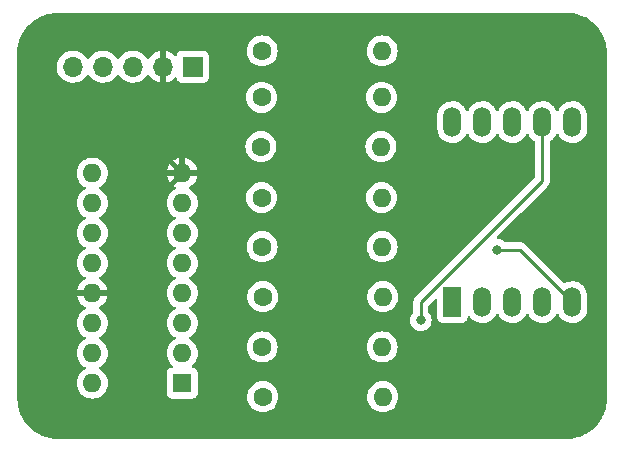
<source format=gbr>
%TF.GenerationSoftware,KiCad,Pcbnew,(6.0.4)*%
%TF.CreationDate,2022-05-25T21:12:10+01:00*%
%TF.ProjectId,7SegmentDB,37536567-6d65-46e7-9444-422e6b696361,V1.0*%
%TF.SameCoordinates,Original*%
%TF.FileFunction,Copper,L2,Bot*%
%TF.FilePolarity,Positive*%
%FSLAX46Y46*%
G04 Gerber Fmt 4.6, Leading zero omitted, Abs format (unit mm)*
G04 Created by KiCad (PCBNEW (6.0.4)) date 2022-05-25 21:12:10*
%MOMM*%
%LPD*%
G01*
G04 APERTURE LIST*
%TA.AperFunction,ComponentPad*%
%ADD10R,1.524000X2.524000*%
%TD*%
%TA.AperFunction,ComponentPad*%
%ADD11O,1.524000X2.524000*%
%TD*%
%TA.AperFunction,ComponentPad*%
%ADD12C,1.600000*%
%TD*%
%TA.AperFunction,ComponentPad*%
%ADD13O,1.600000X1.600000*%
%TD*%
%TA.AperFunction,ComponentPad*%
%ADD14R,1.700000X1.700000*%
%TD*%
%TA.AperFunction,ComponentPad*%
%ADD15O,1.700000X1.700000*%
%TD*%
%TA.AperFunction,ComponentPad*%
%ADD16R,1.600000X1.600000*%
%TD*%
%TA.AperFunction,ViaPad*%
%ADD17C,0.800000*%
%TD*%
%TA.AperFunction,Conductor*%
%ADD18C,0.250000*%
%TD*%
%TA.AperFunction,Conductor*%
%ADD19C,0.400000*%
%TD*%
G04 APERTURE END LIST*
D10*
%TO.P,U2,1,E*%
%TO.N,Net-(R4-Pad2)*%
X157988000Y-101219000D03*
D11*
%TO.P,U2,2,D*%
%TO.N,Net-(R5-Pad2)*%
X160528000Y-101219000D03*
%TO.P,U2,3,CA*%
%TO.N,VCC*%
X163068000Y-101219000D03*
%TO.P,U2,4,C*%
%TO.N,Net-(R6-Pad2)*%
X165608000Y-101219000D03*
%TO.P,U2,5,DP*%
%TO.N,Net-(R1-Pad2)*%
X168148000Y-101219000D03*
%TO.P,U2,6,B*%
%TO.N,Net-(R7-Pad2)*%
X168148000Y-85979000D03*
%TO.P,U2,7,A*%
%TO.N,Net-(R8-Pad2)*%
X165608000Y-85979000D03*
%TO.P,U2,8,CA*%
%TO.N,VCC*%
X163068000Y-85979000D03*
%TO.P,U2,9,F*%
%TO.N,Net-(R3-Pad2)*%
X160528000Y-85979000D03*
%TO.P,U2,10,G*%
%TO.N,Net-(R2-Pad2)*%
X157988000Y-85979000D03*
%TD*%
D12*
%TO.P,R3,1*%
%TO.N,/SIG6*%
X141782800Y-88036400D03*
D13*
%TO.P,R3,2*%
%TO.N,Net-(R3-Pad2)*%
X151942800Y-88036400D03*
%TD*%
D12*
%TO.P,R1,1*%
%TO.N,/SIG8*%
X141884400Y-79933800D03*
D13*
%TO.P,R1,2*%
%TO.N,Net-(R1-Pad2)*%
X152044400Y-79933800D03*
%TD*%
D12*
%TO.P,R6,1*%
%TO.N,/SIG3*%
X141884400Y-105003600D03*
D13*
%TO.P,R6,2*%
%TO.N,Net-(R6-Pad2)*%
X152044400Y-105003600D03*
%TD*%
D12*
%TO.P,R5,1*%
%TO.N,/SIG4*%
X141884400Y-96520000D03*
D13*
%TO.P,R5,2*%
%TO.N,Net-(R5-Pad2)*%
X152044400Y-96520000D03*
%TD*%
D12*
%TO.P,R7,1*%
%TO.N,/SIG2*%
X141935200Y-109220000D03*
D13*
%TO.P,R7,2*%
%TO.N,Net-(R7-Pad2)*%
X152095200Y-109220000D03*
%TD*%
D14*
%TO.P,J1,1,Pin_1*%
%TO.N,VCC*%
X136012000Y-81280000D03*
D15*
%TO.P,J1,2,Pin_2*%
%TO.N,GND*%
X133472000Y-81280000D03*
%TO.P,J1,3,Pin_3*%
%TO.N,/LATCH*%
X130932000Y-81280000D03*
%TO.P,J1,4,Pin_4*%
%TO.N,/CLOCK*%
X128392000Y-81280000D03*
%TO.P,J1,5,Pin_5*%
%TO.N,/DATA*%
X125852000Y-81280000D03*
%TD*%
D12*
%TO.P,R8,1*%
%TO.N,/SIG1*%
X141935200Y-100736400D03*
D13*
%TO.P,R8,2*%
%TO.N,Net-(R8-Pad2)*%
X152095200Y-100736400D03*
%TD*%
D12*
%TO.P,R4,1*%
%TO.N,/SIG5*%
X141833600Y-92354400D03*
D13*
%TO.P,R4,2*%
%TO.N,Net-(R4-Pad2)*%
X151993600Y-92354400D03*
%TD*%
D16*
%TO.P,U1,1,QB*%
%TO.N,/SIG2*%
X135118000Y-108062000D03*
D13*
%TO.P,U1,2,QC*%
%TO.N,/SIG3*%
X135118000Y-105522000D03*
%TO.P,U1,3,QD*%
%TO.N,/SIG4*%
X135118000Y-102982000D03*
%TO.P,U1,4,QE*%
%TO.N,/SIG5*%
X135118000Y-100442000D03*
%TO.P,U1,5,QF*%
%TO.N,/SIG6*%
X135118000Y-97902000D03*
%TO.P,U1,6,QG*%
%TO.N,/SIG7*%
X135118000Y-95362000D03*
%TO.P,U1,7,QH*%
%TO.N,/SIG8*%
X135118000Y-92822000D03*
%TO.P,U1,8,GND*%
%TO.N,GND*%
X135118000Y-90282000D03*
%TO.P,U1,9,QH'*%
%TO.N,unconnected-(U1-Pad9)*%
X127498000Y-90282000D03*
%TO.P,U1,10,~{SRCLR}*%
%TO.N,VCC*%
X127498000Y-92822000D03*
%TO.P,U1,11,SRCLK*%
%TO.N,/CLOCK*%
X127498000Y-95362000D03*
%TO.P,U1,12,RCLK*%
%TO.N,/LATCH*%
X127498000Y-97902000D03*
%TO.P,U1,13,~{OE}*%
%TO.N,GND*%
X127498000Y-100442000D03*
%TO.P,U1,14,SER*%
%TO.N,/DATA*%
X127498000Y-102982000D03*
%TO.P,U1,15,QA*%
%TO.N,/SIG1*%
X127498000Y-105522000D03*
%TO.P,U1,16,VCC*%
%TO.N,VCC*%
X127498000Y-108062000D03*
%TD*%
D12*
%TO.P,R2,1*%
%TO.N,/SIG7*%
X141833600Y-83870800D03*
D13*
%TO.P,R2,2*%
%TO.N,Net-(R2-Pad2)*%
X151993600Y-83870800D03*
%TD*%
D17*
%TO.N,Net-(R1-Pad2)*%
X161798000Y-96774000D03*
%TO.N,Net-(R8-Pad2)*%
X155321000Y-102743000D03*
%TD*%
D18*
%TO.N,Net-(R1-Pad2)*%
X163703000Y-96774000D02*
X168148000Y-101219000D01*
X161798000Y-96774000D02*
X163703000Y-96774000D01*
%TO.N,Net-(R8-Pad2)*%
X155321000Y-101212978D02*
X165608000Y-90925978D01*
X165608000Y-90925978D02*
X165608000Y-85979000D01*
X155321000Y-102743000D02*
X155321000Y-101212978D01*
D19*
%TO.N,GND*%
X131445000Y-93955000D02*
X131445000Y-99187000D01*
X130190000Y-100442000D02*
X127498000Y-100442000D01*
X135118000Y-90282000D02*
X131445000Y-93955000D01*
X131445000Y-99187000D02*
X130190000Y-100442000D01*
X133472000Y-88636000D02*
X135118000Y-90282000D01*
X133472000Y-81280000D02*
X133472000Y-88636000D01*
%TD*%
%TA.AperFunction,Conductor*%
%TO.N,GND*%
G36*
X167620205Y-76699890D02*
G01*
X167643842Y-76703570D01*
X167652745Y-76702406D01*
X167652747Y-76702406D01*
X167663196Y-76701040D01*
X167685712Y-76700128D01*
X167979989Y-76714586D01*
X167992289Y-76715798D01*
X168312868Y-76763353D01*
X168324979Y-76765761D01*
X168545852Y-76821088D01*
X168639361Y-76844511D01*
X168651191Y-76848100D01*
X168679421Y-76858201D01*
X168956320Y-76957278D01*
X168967743Y-76962010D01*
X169260697Y-77100568D01*
X169271602Y-77106396D01*
X169549582Y-77273012D01*
X169559863Y-77279882D01*
X169820154Y-77472927D01*
X169829712Y-77480771D01*
X170069843Y-77698413D01*
X170078587Y-77707157D01*
X170296229Y-77947288D01*
X170304073Y-77956846D01*
X170497118Y-78217137D01*
X170503988Y-78227418D01*
X170670604Y-78505398D01*
X170676432Y-78516303D01*
X170814990Y-78809257D01*
X170819722Y-78820680D01*
X170928899Y-79125806D01*
X170932489Y-79137639D01*
X170955912Y-79231148D01*
X170967411Y-79277051D01*
X171011237Y-79452013D01*
X171013647Y-79464132D01*
X171017465Y-79489867D01*
X171061202Y-79784708D01*
X171062414Y-79797010D01*
X171076019Y-80073919D01*
X171076510Y-80083918D01*
X171075162Y-80109478D01*
X171073430Y-80120606D01*
X171076579Y-80144683D01*
X171077557Y-80152165D01*
X171078621Y-80168503D01*
X171078621Y-109307752D01*
X171077121Y-109327138D01*
X171075006Y-109340724D01*
X171073430Y-109350842D01*
X171074594Y-109359745D01*
X171074594Y-109359747D01*
X171075960Y-109370196D01*
X171076872Y-109392712D01*
X171063286Y-109669243D01*
X171062414Y-109686986D01*
X171061202Y-109699289D01*
X171015150Y-110009742D01*
X171013649Y-110019860D01*
X171011239Y-110031979D01*
X170955912Y-110252852D01*
X170932489Y-110346361D01*
X170928900Y-110358191D01*
X170823342Y-110653202D01*
X170819722Y-110663320D01*
X170814990Y-110674743D01*
X170676432Y-110967697D01*
X170670604Y-110978602D01*
X170503988Y-111256582D01*
X170497118Y-111266863D01*
X170304073Y-111527154D01*
X170296229Y-111536712D01*
X170078587Y-111776843D01*
X170069843Y-111785587D01*
X169829712Y-112003229D01*
X169820154Y-112011073D01*
X169559863Y-112204118D01*
X169549582Y-112210988D01*
X169271602Y-112377604D01*
X169260697Y-112383432D01*
X168967743Y-112521990D01*
X168956321Y-112526722D01*
X168679458Y-112625786D01*
X168651194Y-112635899D01*
X168639361Y-112639489D01*
X168545852Y-112662912D01*
X168324979Y-112718239D01*
X168312868Y-112720647D01*
X167992289Y-112768202D01*
X167979990Y-112769414D01*
X167693078Y-112783510D01*
X167667522Y-112782162D01*
X167656394Y-112780430D01*
X167633194Y-112783464D01*
X167624911Y-112784547D01*
X167608543Y-112785611D01*
X124636409Y-112775511D01*
X124617055Y-112774011D01*
X124602151Y-112771690D01*
X124602144Y-112771690D01*
X124593276Y-112770309D01*
X124573921Y-112772840D01*
X124551406Y-112773752D01*
X124257124Y-112759294D01*
X124244830Y-112758084D01*
X123924249Y-112710529D01*
X123912143Y-112708122D01*
X123597765Y-112629375D01*
X123585935Y-112625786D01*
X123280798Y-112516606D01*
X123269374Y-112511874D01*
X122985483Y-112377604D01*
X122976406Y-112373311D01*
X122965505Y-112367484D01*
X122687533Y-112200874D01*
X122677258Y-112194008D01*
X122416951Y-112000951D01*
X122407397Y-111993109D01*
X122167271Y-111775473D01*
X122158527Y-111766729D01*
X121940891Y-111526603D01*
X121933047Y-111517046D01*
X121739992Y-111256742D01*
X121733126Y-111246467D01*
X121566516Y-110968495D01*
X121560687Y-110957590D01*
X121518740Y-110868899D01*
X121422126Y-110664626D01*
X121417394Y-110653202D01*
X121308214Y-110348065D01*
X121304625Y-110336233D01*
X121277063Y-110226198D01*
X121225878Y-110021857D01*
X121223469Y-110009742D01*
X121203742Y-109876749D01*
X121175916Y-109689170D01*
X121174705Y-109676869D01*
X121174331Y-109669243D01*
X121163466Y-109448087D01*
X121160794Y-109393698D01*
X121162388Y-109366613D01*
X121162768Y-109364356D01*
X121162768Y-109364351D01*
X121163576Y-109359552D01*
X121163729Y-109347000D01*
X121159757Y-109319262D01*
X121158485Y-109301445D01*
X121158056Y-108062000D01*
X126184502Y-108062000D01*
X126204457Y-108290087D01*
X126263716Y-108511243D01*
X126266039Y-108516224D01*
X126266039Y-108516225D01*
X126358151Y-108713762D01*
X126358154Y-108713767D01*
X126360477Y-108718749D01*
X126491802Y-108906300D01*
X126653700Y-109068198D01*
X126658208Y-109071355D01*
X126658211Y-109071357D01*
X126699542Y-109100297D01*
X126841251Y-109199523D01*
X126846233Y-109201846D01*
X126846238Y-109201849D01*
X127043775Y-109293961D01*
X127048757Y-109296284D01*
X127054065Y-109297706D01*
X127054067Y-109297707D01*
X127264598Y-109354119D01*
X127264600Y-109354119D01*
X127269913Y-109355543D01*
X127498000Y-109375498D01*
X127726087Y-109355543D01*
X127731400Y-109354119D01*
X127731402Y-109354119D01*
X127941933Y-109297707D01*
X127941935Y-109297706D01*
X127947243Y-109296284D01*
X127952225Y-109293961D01*
X128149762Y-109201849D01*
X128149767Y-109201846D01*
X128154749Y-109199523D01*
X128296458Y-109100297D01*
X128337789Y-109071357D01*
X128337792Y-109071355D01*
X128342300Y-109068198D01*
X128504198Y-108906300D01*
X128635523Y-108718749D01*
X128637846Y-108713767D01*
X128637849Y-108713762D01*
X128729961Y-108516225D01*
X128729961Y-108516224D01*
X128732284Y-108511243D01*
X128791543Y-108290087D01*
X128811498Y-108062000D01*
X128791543Y-107833913D01*
X128732284Y-107612757D01*
X128729961Y-107607775D01*
X128637849Y-107410238D01*
X128637846Y-107410233D01*
X128635523Y-107405251D01*
X128504198Y-107217700D01*
X128342300Y-107055802D01*
X128337792Y-107052645D01*
X128337789Y-107052643D01*
X128259611Y-106997902D01*
X128154749Y-106924477D01*
X128149767Y-106922154D01*
X128149762Y-106922151D01*
X128115543Y-106906195D01*
X128062258Y-106859278D01*
X128042797Y-106791001D01*
X128063339Y-106723041D01*
X128115543Y-106677805D01*
X128149762Y-106661849D01*
X128149767Y-106661846D01*
X128154749Y-106659523D01*
X128323289Y-106541510D01*
X128337789Y-106531357D01*
X128337792Y-106531355D01*
X128342300Y-106528198D01*
X128504198Y-106366300D01*
X128553620Y-106295719D01*
X128594116Y-106237884D01*
X128635523Y-106178749D01*
X128637846Y-106173767D01*
X128637849Y-106173762D01*
X128729961Y-105976225D01*
X128729961Y-105976224D01*
X128732284Y-105971243D01*
X128791543Y-105750087D01*
X128811498Y-105522000D01*
X133804502Y-105522000D01*
X133824457Y-105750087D01*
X133883716Y-105971243D01*
X133886039Y-105976224D01*
X133886039Y-105976225D01*
X133978151Y-106173762D01*
X133978154Y-106173767D01*
X133980477Y-106178749D01*
X134021884Y-106237884D01*
X134062381Y-106295719D01*
X134111802Y-106366300D01*
X134273700Y-106528198D01*
X134278211Y-106531357D01*
X134282424Y-106534892D01*
X134281473Y-106536026D01*
X134321471Y-106586071D01*
X134328776Y-106656690D01*
X134296742Y-106720049D01*
X134235538Y-106756030D01*
X134218483Y-106759082D01*
X134207684Y-106760255D01*
X134071295Y-106811385D01*
X133954739Y-106898739D01*
X133867385Y-107015295D01*
X133816255Y-107151684D01*
X133809500Y-107213866D01*
X133809500Y-108910134D01*
X133816255Y-108972316D01*
X133867385Y-109108705D01*
X133954739Y-109225261D01*
X134071295Y-109312615D01*
X134207684Y-109363745D01*
X134269866Y-109370500D01*
X135966134Y-109370500D01*
X136028316Y-109363745D01*
X136164705Y-109312615D01*
X136281261Y-109225261D01*
X136285204Y-109220000D01*
X140621702Y-109220000D01*
X140641657Y-109448087D01*
X140700916Y-109669243D01*
X140703239Y-109674224D01*
X140703239Y-109674225D01*
X140795351Y-109871762D01*
X140795354Y-109871767D01*
X140797677Y-109876749D01*
X140929002Y-110064300D01*
X141090900Y-110226198D01*
X141095408Y-110229355D01*
X141095411Y-110229357D01*
X141173589Y-110284098D01*
X141278451Y-110357523D01*
X141283433Y-110359846D01*
X141283438Y-110359849D01*
X141480975Y-110451961D01*
X141485957Y-110454284D01*
X141491265Y-110455706D01*
X141491267Y-110455707D01*
X141701798Y-110512119D01*
X141701800Y-110512119D01*
X141707113Y-110513543D01*
X141935200Y-110533498D01*
X142163287Y-110513543D01*
X142168600Y-110512119D01*
X142168602Y-110512119D01*
X142379133Y-110455707D01*
X142379135Y-110455706D01*
X142384443Y-110454284D01*
X142389425Y-110451961D01*
X142586962Y-110359849D01*
X142586967Y-110359846D01*
X142591949Y-110357523D01*
X142696811Y-110284098D01*
X142774989Y-110229357D01*
X142774992Y-110229355D01*
X142779500Y-110226198D01*
X142941398Y-110064300D01*
X143072723Y-109876749D01*
X143075046Y-109871767D01*
X143075049Y-109871762D01*
X143167161Y-109674225D01*
X143167161Y-109674224D01*
X143169484Y-109669243D01*
X143228743Y-109448087D01*
X143248698Y-109220000D01*
X150781702Y-109220000D01*
X150801657Y-109448087D01*
X150860916Y-109669243D01*
X150863239Y-109674224D01*
X150863239Y-109674225D01*
X150955351Y-109871762D01*
X150955354Y-109871767D01*
X150957677Y-109876749D01*
X151089002Y-110064300D01*
X151250900Y-110226198D01*
X151255408Y-110229355D01*
X151255411Y-110229357D01*
X151333589Y-110284098D01*
X151438451Y-110357523D01*
X151443433Y-110359846D01*
X151443438Y-110359849D01*
X151640975Y-110451961D01*
X151645957Y-110454284D01*
X151651265Y-110455706D01*
X151651267Y-110455707D01*
X151861798Y-110512119D01*
X151861800Y-110512119D01*
X151867113Y-110513543D01*
X152095200Y-110533498D01*
X152323287Y-110513543D01*
X152328600Y-110512119D01*
X152328602Y-110512119D01*
X152539133Y-110455707D01*
X152539135Y-110455706D01*
X152544443Y-110454284D01*
X152549425Y-110451961D01*
X152746962Y-110359849D01*
X152746967Y-110359846D01*
X152751949Y-110357523D01*
X152856811Y-110284098D01*
X152934989Y-110229357D01*
X152934992Y-110229355D01*
X152939500Y-110226198D01*
X153101398Y-110064300D01*
X153232723Y-109876749D01*
X153235046Y-109871767D01*
X153235049Y-109871762D01*
X153327161Y-109674225D01*
X153327161Y-109674224D01*
X153329484Y-109669243D01*
X153388743Y-109448087D01*
X153408698Y-109220000D01*
X153388743Y-108991913D01*
X153381387Y-108964460D01*
X153330907Y-108776067D01*
X153330906Y-108776065D01*
X153329484Y-108770757D01*
X153307335Y-108723257D01*
X153235049Y-108568238D01*
X153235046Y-108568233D01*
X153232723Y-108563251D01*
X153101398Y-108375700D01*
X152939500Y-108213802D01*
X152934992Y-108210645D01*
X152934989Y-108210643D01*
X152856811Y-108155902D01*
X152751949Y-108082477D01*
X152746967Y-108080154D01*
X152746962Y-108080151D01*
X152549425Y-107988039D01*
X152549424Y-107988039D01*
X152544443Y-107985716D01*
X152539135Y-107984294D01*
X152539133Y-107984293D01*
X152328602Y-107927881D01*
X152328600Y-107927881D01*
X152323287Y-107926457D01*
X152095200Y-107906502D01*
X151867113Y-107926457D01*
X151861800Y-107927881D01*
X151861798Y-107927881D01*
X151651267Y-107984293D01*
X151651265Y-107984294D01*
X151645957Y-107985716D01*
X151640976Y-107988039D01*
X151640975Y-107988039D01*
X151443438Y-108080151D01*
X151443433Y-108080154D01*
X151438451Y-108082477D01*
X151333589Y-108155902D01*
X151255411Y-108210643D01*
X151255408Y-108210645D01*
X151250900Y-108213802D01*
X151089002Y-108375700D01*
X150957677Y-108563251D01*
X150955354Y-108568233D01*
X150955351Y-108568238D01*
X150883065Y-108723257D01*
X150860916Y-108770757D01*
X150859494Y-108776065D01*
X150859493Y-108776067D01*
X150809013Y-108964460D01*
X150801657Y-108991913D01*
X150781702Y-109220000D01*
X143248698Y-109220000D01*
X143228743Y-108991913D01*
X143221387Y-108964460D01*
X143170907Y-108776067D01*
X143170906Y-108776065D01*
X143169484Y-108770757D01*
X143147335Y-108723257D01*
X143075049Y-108568238D01*
X143075046Y-108568233D01*
X143072723Y-108563251D01*
X142941398Y-108375700D01*
X142779500Y-108213802D01*
X142774992Y-108210645D01*
X142774989Y-108210643D01*
X142696811Y-108155902D01*
X142591949Y-108082477D01*
X142586967Y-108080154D01*
X142586962Y-108080151D01*
X142389425Y-107988039D01*
X142389424Y-107988039D01*
X142384443Y-107985716D01*
X142379135Y-107984294D01*
X142379133Y-107984293D01*
X142168602Y-107927881D01*
X142168600Y-107927881D01*
X142163287Y-107926457D01*
X141935200Y-107906502D01*
X141707113Y-107926457D01*
X141701800Y-107927881D01*
X141701798Y-107927881D01*
X141491267Y-107984293D01*
X141491265Y-107984294D01*
X141485957Y-107985716D01*
X141480976Y-107988039D01*
X141480975Y-107988039D01*
X141283438Y-108080151D01*
X141283433Y-108080154D01*
X141278451Y-108082477D01*
X141173589Y-108155902D01*
X141095411Y-108210643D01*
X141095408Y-108210645D01*
X141090900Y-108213802D01*
X140929002Y-108375700D01*
X140797677Y-108563251D01*
X140795354Y-108568233D01*
X140795351Y-108568238D01*
X140723065Y-108723257D01*
X140700916Y-108770757D01*
X140699494Y-108776065D01*
X140699493Y-108776067D01*
X140649013Y-108964460D01*
X140641657Y-108991913D01*
X140621702Y-109220000D01*
X136285204Y-109220000D01*
X136368615Y-109108705D01*
X136419745Y-108972316D01*
X136426500Y-108910134D01*
X136426500Y-107213866D01*
X136419745Y-107151684D01*
X136368615Y-107015295D01*
X136281261Y-106898739D01*
X136164705Y-106811385D01*
X136028316Y-106760255D01*
X136017526Y-106759083D01*
X136015394Y-106758197D01*
X136012778Y-106757575D01*
X136012879Y-106757152D01*
X135951965Y-106731845D01*
X135911537Y-106673483D01*
X135909078Y-106602529D01*
X135945371Y-106541510D01*
X135954031Y-106534511D01*
X135957793Y-106531354D01*
X135962300Y-106528198D01*
X136124198Y-106366300D01*
X136173620Y-106295719D01*
X136214116Y-106237884D01*
X136255523Y-106178749D01*
X136257846Y-106173767D01*
X136257849Y-106173762D01*
X136349961Y-105976225D01*
X136349961Y-105976224D01*
X136352284Y-105971243D01*
X136411543Y-105750087D01*
X136431498Y-105522000D01*
X136411543Y-105293913D01*
X136396294Y-105237002D01*
X136353707Y-105078067D01*
X136353706Y-105078065D01*
X136352284Y-105072757D01*
X136320036Y-105003600D01*
X140570902Y-105003600D01*
X140590857Y-105231687D01*
X140592281Y-105237000D01*
X140592281Y-105237002D01*
X140607531Y-105293913D01*
X140650116Y-105452843D01*
X140652439Y-105457824D01*
X140652439Y-105457825D01*
X140744551Y-105655362D01*
X140744554Y-105655367D01*
X140746877Y-105660349D01*
X140878202Y-105847900D01*
X141040100Y-106009798D01*
X141044608Y-106012955D01*
X141044611Y-106012957D01*
X141122789Y-106067698D01*
X141227651Y-106141123D01*
X141232633Y-106143446D01*
X141232638Y-106143449D01*
X141430175Y-106235561D01*
X141435157Y-106237884D01*
X141440465Y-106239306D01*
X141440467Y-106239307D01*
X141650998Y-106295719D01*
X141651000Y-106295719D01*
X141656313Y-106297143D01*
X141884400Y-106317098D01*
X142112487Y-106297143D01*
X142117800Y-106295719D01*
X142117802Y-106295719D01*
X142328333Y-106239307D01*
X142328335Y-106239306D01*
X142333643Y-106237884D01*
X142338625Y-106235561D01*
X142536162Y-106143449D01*
X142536167Y-106143446D01*
X142541149Y-106141123D01*
X142646011Y-106067698D01*
X142724189Y-106012957D01*
X142724192Y-106012955D01*
X142728700Y-106009798D01*
X142890598Y-105847900D01*
X143021923Y-105660349D01*
X143024246Y-105655367D01*
X143024249Y-105655362D01*
X143116361Y-105457825D01*
X143116361Y-105457824D01*
X143118684Y-105452843D01*
X143161270Y-105293913D01*
X143176519Y-105237002D01*
X143176519Y-105237000D01*
X143177943Y-105231687D01*
X143197898Y-105003600D01*
X150730902Y-105003600D01*
X150750857Y-105231687D01*
X150752281Y-105237000D01*
X150752281Y-105237002D01*
X150767531Y-105293913D01*
X150810116Y-105452843D01*
X150812439Y-105457824D01*
X150812439Y-105457825D01*
X150904551Y-105655362D01*
X150904554Y-105655367D01*
X150906877Y-105660349D01*
X151038202Y-105847900D01*
X151200100Y-106009798D01*
X151204608Y-106012955D01*
X151204611Y-106012957D01*
X151282789Y-106067698D01*
X151387651Y-106141123D01*
X151392633Y-106143446D01*
X151392638Y-106143449D01*
X151590175Y-106235561D01*
X151595157Y-106237884D01*
X151600465Y-106239306D01*
X151600467Y-106239307D01*
X151810998Y-106295719D01*
X151811000Y-106295719D01*
X151816313Y-106297143D01*
X152044400Y-106317098D01*
X152272487Y-106297143D01*
X152277800Y-106295719D01*
X152277802Y-106295719D01*
X152488333Y-106239307D01*
X152488335Y-106239306D01*
X152493643Y-106237884D01*
X152498625Y-106235561D01*
X152696162Y-106143449D01*
X152696167Y-106143446D01*
X152701149Y-106141123D01*
X152806011Y-106067698D01*
X152884189Y-106012957D01*
X152884192Y-106012955D01*
X152888700Y-106009798D01*
X153050598Y-105847900D01*
X153181923Y-105660349D01*
X153184246Y-105655367D01*
X153184249Y-105655362D01*
X153276361Y-105457825D01*
X153276361Y-105457824D01*
X153278684Y-105452843D01*
X153321270Y-105293913D01*
X153336519Y-105237002D01*
X153336519Y-105237000D01*
X153337943Y-105231687D01*
X153357898Y-105003600D01*
X153337943Y-104775513D01*
X153278684Y-104554357D01*
X153259233Y-104512643D01*
X153184249Y-104351838D01*
X153184246Y-104351833D01*
X153181923Y-104346851D01*
X153050598Y-104159300D01*
X152888700Y-103997402D01*
X152884192Y-103994245D01*
X152884189Y-103994243D01*
X152806011Y-103939502D01*
X152701149Y-103866077D01*
X152696167Y-103863754D01*
X152696162Y-103863751D01*
X152498625Y-103771639D01*
X152498624Y-103771639D01*
X152493643Y-103769316D01*
X152488335Y-103767894D01*
X152488333Y-103767893D01*
X152277802Y-103711481D01*
X152277800Y-103711481D01*
X152272487Y-103710057D01*
X152044400Y-103690102D01*
X151816313Y-103710057D01*
X151811000Y-103711481D01*
X151810998Y-103711481D01*
X151600467Y-103767893D01*
X151600465Y-103767894D01*
X151595157Y-103769316D01*
X151590176Y-103771639D01*
X151590175Y-103771639D01*
X151392638Y-103863751D01*
X151392633Y-103863754D01*
X151387651Y-103866077D01*
X151282789Y-103939502D01*
X151204611Y-103994243D01*
X151204608Y-103994245D01*
X151200100Y-103997402D01*
X151038202Y-104159300D01*
X150906877Y-104346851D01*
X150904554Y-104351833D01*
X150904551Y-104351838D01*
X150829567Y-104512643D01*
X150810116Y-104554357D01*
X150750857Y-104775513D01*
X150730902Y-105003600D01*
X143197898Y-105003600D01*
X143177943Y-104775513D01*
X143118684Y-104554357D01*
X143099233Y-104512643D01*
X143024249Y-104351838D01*
X143024246Y-104351833D01*
X143021923Y-104346851D01*
X142890598Y-104159300D01*
X142728700Y-103997402D01*
X142724192Y-103994245D01*
X142724189Y-103994243D01*
X142646011Y-103939502D01*
X142541149Y-103866077D01*
X142536167Y-103863754D01*
X142536162Y-103863751D01*
X142338625Y-103771639D01*
X142338624Y-103771639D01*
X142333643Y-103769316D01*
X142328335Y-103767894D01*
X142328333Y-103767893D01*
X142117802Y-103711481D01*
X142117800Y-103711481D01*
X142112487Y-103710057D01*
X141884400Y-103690102D01*
X141656313Y-103710057D01*
X141651000Y-103711481D01*
X141650998Y-103711481D01*
X141440467Y-103767893D01*
X141440465Y-103767894D01*
X141435157Y-103769316D01*
X141430176Y-103771639D01*
X141430175Y-103771639D01*
X141232638Y-103863751D01*
X141232633Y-103863754D01*
X141227651Y-103866077D01*
X141122789Y-103939502D01*
X141044611Y-103994243D01*
X141044608Y-103994245D01*
X141040100Y-103997402D01*
X140878202Y-104159300D01*
X140746877Y-104346851D01*
X140744554Y-104351833D01*
X140744551Y-104351838D01*
X140669567Y-104512643D01*
X140650116Y-104554357D01*
X140590857Y-104775513D01*
X140570902Y-105003600D01*
X136320036Y-105003600D01*
X136317483Y-104998125D01*
X136257849Y-104870238D01*
X136257846Y-104870233D01*
X136255523Y-104865251D01*
X136124198Y-104677700D01*
X135962300Y-104515802D01*
X135957792Y-104512645D01*
X135957789Y-104512643D01*
X135879611Y-104457902D01*
X135774749Y-104384477D01*
X135769767Y-104382154D01*
X135769762Y-104382151D01*
X135735543Y-104366195D01*
X135682258Y-104319278D01*
X135662797Y-104251001D01*
X135683339Y-104183041D01*
X135735543Y-104137805D01*
X135769762Y-104121849D01*
X135769767Y-104121846D01*
X135774749Y-104119523D01*
X135943590Y-104001299D01*
X135957789Y-103991357D01*
X135957792Y-103991355D01*
X135962300Y-103988198D01*
X136124198Y-103826300D01*
X136255523Y-103638749D01*
X136257846Y-103633767D01*
X136257849Y-103633762D01*
X136349961Y-103436225D01*
X136349961Y-103436224D01*
X136352284Y-103431243D01*
X136356113Y-103416955D01*
X136410119Y-103215402D01*
X136410119Y-103215400D01*
X136411543Y-103210087D01*
X136431498Y-102982000D01*
X136411543Y-102753913D01*
X136408619Y-102743000D01*
X154407496Y-102743000D01*
X154408186Y-102749565D01*
X154426704Y-102925750D01*
X154427458Y-102932928D01*
X154486473Y-103114556D01*
X154581960Y-103279944D01*
X154709747Y-103421866D01*
X154864248Y-103534118D01*
X154870276Y-103536802D01*
X154870278Y-103536803D01*
X155032681Y-103609109D01*
X155038712Y-103611794D01*
X155132113Y-103631647D01*
X155219056Y-103650128D01*
X155219061Y-103650128D01*
X155225513Y-103651500D01*
X155416487Y-103651500D01*
X155422939Y-103650128D01*
X155422944Y-103650128D01*
X155509887Y-103631647D01*
X155603288Y-103611794D01*
X155609319Y-103609109D01*
X155771722Y-103536803D01*
X155771724Y-103536802D01*
X155777752Y-103534118D01*
X155932253Y-103421866D01*
X156060040Y-103279944D01*
X156155527Y-103114556D01*
X156214542Y-102932928D01*
X156215297Y-102925750D01*
X156233814Y-102749565D01*
X156234504Y-102743000D01*
X156214542Y-102553072D01*
X156155527Y-102371444D01*
X156060040Y-102206056D01*
X155986863Y-102124785D01*
X155956147Y-102060779D01*
X155954500Y-102040476D01*
X155954500Y-101527572D01*
X155974502Y-101459451D01*
X155991405Y-101438477D01*
X156502405Y-100927477D01*
X156564717Y-100893451D01*
X156635532Y-100898516D01*
X156692368Y-100941063D01*
X156717179Y-101007583D01*
X156717500Y-101016572D01*
X156717500Y-102529134D01*
X156724255Y-102591316D01*
X156775385Y-102727705D01*
X156862739Y-102844261D01*
X156979295Y-102931615D01*
X157115684Y-102982745D01*
X157177866Y-102989500D01*
X158798134Y-102989500D01*
X158860316Y-102982745D01*
X158996705Y-102931615D01*
X159113261Y-102844261D01*
X159200615Y-102727705D01*
X159251745Y-102591316D01*
X159258500Y-102529134D01*
X159258500Y-102520943D01*
X159278502Y-102452822D01*
X159332158Y-102406329D01*
X159402432Y-102396225D01*
X159467012Y-102425719D01*
X159486819Y-102447413D01*
X159562351Y-102552526D01*
X159566381Y-102556431D01*
X159674701Y-102661401D01*
X159725217Y-102710355D01*
X159773798Y-102743000D01*
X159908805Y-102833721D01*
X159908810Y-102833724D01*
X159913458Y-102836847D01*
X159918590Y-102839100D01*
X159918594Y-102839102D01*
X160046299Y-102895161D01*
X160121124Y-102928007D01*
X160126582Y-102929317D01*
X160126581Y-102929317D01*
X160336192Y-102979640D01*
X160336198Y-102979641D01*
X160341651Y-102980950D01*
X160454808Y-102987475D01*
X160562463Y-102993683D01*
X160562466Y-102993683D01*
X160568069Y-102994006D01*
X160793219Y-102966759D01*
X160798581Y-102965109D01*
X160798583Y-102965109D01*
X160926522Y-102925750D01*
X161009987Y-102900073D01*
X161118120Y-102844261D01*
X161206536Y-102798626D01*
X161206537Y-102798626D01*
X161211519Y-102796054D01*
X161391447Y-102657991D01*
X161544081Y-102490248D01*
X161567558Y-102452822D01*
X161661616Y-102302882D01*
X161661618Y-102302878D01*
X161664599Y-102298126D01*
X161681898Y-102255094D01*
X161725864Y-102199351D01*
X161792989Y-102176226D01*
X161861960Y-102193063D01*
X161912530Y-102247848D01*
X161970007Y-102368351D01*
X161973284Y-102372912D01*
X161973285Y-102372913D01*
X162083087Y-102525717D01*
X162102351Y-102552526D01*
X162106381Y-102556431D01*
X162214701Y-102661401D01*
X162265217Y-102710355D01*
X162313798Y-102743000D01*
X162448805Y-102833721D01*
X162448810Y-102833724D01*
X162453458Y-102836847D01*
X162458590Y-102839100D01*
X162458594Y-102839102D01*
X162586299Y-102895161D01*
X162661124Y-102928007D01*
X162666582Y-102929317D01*
X162666581Y-102929317D01*
X162876192Y-102979640D01*
X162876198Y-102979641D01*
X162881651Y-102980950D01*
X162994808Y-102987475D01*
X163102463Y-102993683D01*
X163102466Y-102993683D01*
X163108069Y-102994006D01*
X163333219Y-102966759D01*
X163338581Y-102965109D01*
X163338583Y-102965109D01*
X163466522Y-102925750D01*
X163549987Y-102900073D01*
X163658120Y-102844261D01*
X163746536Y-102798626D01*
X163746537Y-102798626D01*
X163751519Y-102796054D01*
X163931447Y-102657991D01*
X164084081Y-102490248D01*
X164107558Y-102452822D01*
X164201616Y-102302882D01*
X164201618Y-102302878D01*
X164204599Y-102298126D01*
X164221898Y-102255094D01*
X164265864Y-102199351D01*
X164332989Y-102176226D01*
X164401960Y-102193063D01*
X164452530Y-102247848D01*
X164510007Y-102368351D01*
X164513284Y-102372912D01*
X164513285Y-102372913D01*
X164623087Y-102525717D01*
X164642351Y-102552526D01*
X164646381Y-102556431D01*
X164754701Y-102661401D01*
X164805217Y-102710355D01*
X164853798Y-102743000D01*
X164988805Y-102833721D01*
X164988810Y-102833724D01*
X164993458Y-102836847D01*
X164998590Y-102839100D01*
X164998594Y-102839102D01*
X165126299Y-102895161D01*
X165201124Y-102928007D01*
X165206582Y-102929317D01*
X165206581Y-102929317D01*
X165416192Y-102979640D01*
X165416198Y-102979641D01*
X165421651Y-102980950D01*
X165534808Y-102987475D01*
X165642463Y-102993683D01*
X165642466Y-102993683D01*
X165648069Y-102994006D01*
X165873219Y-102966759D01*
X165878581Y-102965109D01*
X165878583Y-102965109D01*
X166006522Y-102925750D01*
X166089987Y-102900073D01*
X166198120Y-102844261D01*
X166286536Y-102798626D01*
X166286537Y-102798626D01*
X166291519Y-102796054D01*
X166471447Y-102657991D01*
X166624081Y-102490248D01*
X166647558Y-102452822D01*
X166741616Y-102302882D01*
X166741618Y-102302878D01*
X166744599Y-102298126D01*
X166761898Y-102255094D01*
X166805864Y-102199351D01*
X166872989Y-102176226D01*
X166941960Y-102193063D01*
X166992530Y-102247848D01*
X167050007Y-102368351D01*
X167053284Y-102372912D01*
X167053285Y-102372913D01*
X167163087Y-102525717D01*
X167182351Y-102552526D01*
X167186381Y-102556431D01*
X167294701Y-102661401D01*
X167345217Y-102710355D01*
X167393798Y-102743000D01*
X167528805Y-102833721D01*
X167528810Y-102833724D01*
X167533458Y-102836847D01*
X167538590Y-102839100D01*
X167538594Y-102839102D01*
X167666299Y-102895161D01*
X167741124Y-102928007D01*
X167746582Y-102929317D01*
X167746581Y-102929317D01*
X167956192Y-102979640D01*
X167956198Y-102979641D01*
X167961651Y-102980950D01*
X168074808Y-102987475D01*
X168182463Y-102993683D01*
X168182466Y-102993683D01*
X168188069Y-102994006D01*
X168413219Y-102966759D01*
X168418581Y-102965109D01*
X168418583Y-102965109D01*
X168546522Y-102925750D01*
X168629987Y-102900073D01*
X168738120Y-102844261D01*
X168826536Y-102798626D01*
X168826537Y-102798626D01*
X168831519Y-102796054D01*
X169011447Y-102657991D01*
X169164081Y-102490248D01*
X169187558Y-102452822D01*
X169281616Y-102302882D01*
X169281618Y-102302878D01*
X169284599Y-102298126D01*
X169369190Y-102087699D01*
X169415181Y-101865618D01*
X169418500Y-101808056D01*
X169418500Y-100661465D01*
X169403474Y-100493105D01*
X169343630Y-100274349D01*
X169329602Y-100244937D01*
X169248410Y-100074716D01*
X169248409Y-100074715D01*
X169245993Y-100069649D01*
X169203050Y-100009888D01*
X169116926Y-99890034D01*
X169116924Y-99890032D01*
X169113649Y-99885474D01*
X169015374Y-99790238D01*
X168954811Y-99731548D01*
X168954808Y-99731546D01*
X168950783Y-99727645D01*
X168822048Y-99641139D01*
X168767195Y-99604279D01*
X168767190Y-99604276D01*
X168762542Y-99601153D01*
X168757410Y-99598900D01*
X168757406Y-99598898D01*
X168614754Y-99536278D01*
X168554876Y-99509993D01*
X168491471Y-99494771D01*
X168339808Y-99458360D01*
X168339802Y-99458359D01*
X168334349Y-99457050D01*
X168221140Y-99450522D01*
X168113537Y-99444317D01*
X168113534Y-99444317D01*
X168107931Y-99443994D01*
X167882781Y-99471241D01*
X167877419Y-99472891D01*
X167877417Y-99472891D01*
X167806295Y-99494771D01*
X167666013Y-99537927D01*
X167547885Y-99598898D01*
X167547840Y-99598921D01*
X167478133Y-99612390D01*
X167412209Y-99586035D01*
X167400955Y-99576050D01*
X164206652Y-96381747D01*
X164199112Y-96373461D01*
X164195000Y-96366982D01*
X164145348Y-96320356D01*
X164142507Y-96317602D01*
X164122770Y-96297865D01*
X164119573Y-96295385D01*
X164110551Y-96287680D01*
X164084100Y-96262841D01*
X164078321Y-96257414D01*
X164071375Y-96253595D01*
X164071372Y-96253593D01*
X164060566Y-96247652D01*
X164044047Y-96236801D01*
X164043583Y-96236441D01*
X164028041Y-96224386D01*
X164020772Y-96221241D01*
X164020768Y-96221238D01*
X163987463Y-96206826D01*
X163976813Y-96201609D01*
X163938060Y-96180305D01*
X163918437Y-96175267D01*
X163899734Y-96168863D01*
X163888420Y-96163967D01*
X163888419Y-96163967D01*
X163881145Y-96160819D01*
X163873322Y-96159580D01*
X163873312Y-96159577D01*
X163837476Y-96153901D01*
X163825856Y-96151495D01*
X163790711Y-96142472D01*
X163790710Y-96142472D01*
X163783030Y-96140500D01*
X163762776Y-96140500D01*
X163743065Y-96138949D01*
X163730886Y-96137020D01*
X163723057Y-96135780D01*
X163715165Y-96136526D01*
X163679039Y-96139941D01*
X163667181Y-96140500D01*
X162506200Y-96140500D01*
X162438079Y-96120498D01*
X162418853Y-96104157D01*
X162418580Y-96104460D01*
X162413668Y-96100037D01*
X162409253Y-96095134D01*
X162310323Y-96023257D01*
X162260094Y-95986763D01*
X162260093Y-95986762D01*
X162254752Y-95982882D01*
X162248724Y-95980198D01*
X162248722Y-95980197D01*
X162086319Y-95907891D01*
X162086318Y-95907891D01*
X162080288Y-95905206D01*
X161986888Y-95885353D01*
X161899944Y-95866872D01*
X161899939Y-95866872D01*
X161893487Y-95865500D01*
X161868572Y-95865500D01*
X161800451Y-95845498D01*
X161753958Y-95791842D01*
X161743854Y-95721568D01*
X161773348Y-95656988D01*
X161779477Y-95650405D01*
X163768094Y-93661789D01*
X166000253Y-91429630D01*
X166008539Y-91422090D01*
X166015018Y-91417978D01*
X166061644Y-91368326D01*
X166064398Y-91365485D01*
X166084135Y-91345748D01*
X166086615Y-91342551D01*
X166094320Y-91333529D01*
X166119159Y-91307078D01*
X166124586Y-91301299D01*
X166128405Y-91294353D01*
X166128407Y-91294350D01*
X166134348Y-91283544D01*
X166145199Y-91267025D01*
X166152758Y-91257279D01*
X166157614Y-91251019D01*
X166160759Y-91243750D01*
X166160762Y-91243746D01*
X166175174Y-91210441D01*
X166180391Y-91199791D01*
X166201695Y-91161038D01*
X166206733Y-91141415D01*
X166213137Y-91122712D01*
X166218033Y-91111398D01*
X166218033Y-91111397D01*
X166221181Y-91104123D01*
X166222420Y-91096300D01*
X166222423Y-91096290D01*
X166228099Y-91060454D01*
X166230505Y-91048834D01*
X166239528Y-91013689D01*
X166239528Y-91013688D01*
X166241500Y-91006008D01*
X166241500Y-90985754D01*
X166243051Y-90966043D01*
X166244980Y-90953864D01*
X166246220Y-90946035D01*
X166242059Y-90902016D01*
X166241500Y-90890159D01*
X166241500Y-87656476D01*
X166261502Y-87588355D01*
X166292585Y-87557444D01*
X166291519Y-87556054D01*
X166399129Y-87473482D01*
X166471447Y-87417991D01*
X166624081Y-87250248D01*
X166627062Y-87245496D01*
X166741616Y-87062882D01*
X166741618Y-87062878D01*
X166744599Y-87058126D01*
X166761898Y-87015094D01*
X166805864Y-86959351D01*
X166872989Y-86936226D01*
X166941960Y-86953063D01*
X166992530Y-87007848D01*
X167050007Y-87128351D01*
X167053284Y-87132912D01*
X167053285Y-87132913D01*
X167095816Y-87192100D01*
X167182351Y-87312526D01*
X167186381Y-87316431D01*
X167294701Y-87421401D01*
X167345217Y-87470355D01*
X167410273Y-87514070D01*
X167528805Y-87593721D01*
X167528810Y-87593724D01*
X167533458Y-87596847D01*
X167538590Y-87599100D01*
X167538594Y-87599102D01*
X167657379Y-87651245D01*
X167741124Y-87688007D01*
X167746582Y-87689317D01*
X167746581Y-87689317D01*
X167956192Y-87739640D01*
X167956198Y-87739641D01*
X167961651Y-87740950D01*
X168074860Y-87747478D01*
X168182463Y-87753683D01*
X168182466Y-87753683D01*
X168188069Y-87754006D01*
X168413219Y-87726759D01*
X168418581Y-87725109D01*
X168418583Y-87725109D01*
X168546522Y-87685750D01*
X168629987Y-87660073D01*
X168743936Y-87601259D01*
X168826536Y-87558626D01*
X168826537Y-87558626D01*
X168831519Y-87556054D01*
X169011447Y-87417991D01*
X169164081Y-87250248D01*
X169167062Y-87245496D01*
X169281616Y-87062882D01*
X169281618Y-87062878D01*
X169284599Y-87058126D01*
X169369190Y-86847699D01*
X169415181Y-86625618D01*
X169418500Y-86568056D01*
X169418500Y-85421465D01*
X169403474Y-85253105D01*
X169343630Y-85034349D01*
X169331217Y-85008323D01*
X169248410Y-84834716D01*
X169248409Y-84834715D01*
X169245993Y-84829649D01*
X169113649Y-84645474D01*
X169038290Y-84572446D01*
X168954811Y-84491548D01*
X168954808Y-84491546D01*
X168950783Y-84487645D01*
X168823249Y-84401946D01*
X168767195Y-84364279D01*
X168767190Y-84364276D01*
X168762542Y-84361153D01*
X168757410Y-84358900D01*
X168757406Y-84358898D01*
X168614754Y-84296278D01*
X168554876Y-84269993D01*
X168521122Y-84261890D01*
X168339808Y-84218360D01*
X168339802Y-84218359D01*
X168334349Y-84217050D01*
X168221140Y-84210522D01*
X168113537Y-84204317D01*
X168113534Y-84204317D01*
X168107931Y-84203994D01*
X167882781Y-84231241D01*
X167877419Y-84232891D01*
X167877417Y-84232891D01*
X167793583Y-84258682D01*
X167666013Y-84297927D01*
X167661029Y-84300499D01*
X167661030Y-84300499D01*
X167547885Y-84358898D01*
X167464481Y-84401946D01*
X167284553Y-84540009D01*
X167131919Y-84707752D01*
X167128938Y-84712503D01*
X167128938Y-84712504D01*
X167028196Y-84873101D01*
X167011401Y-84899874D01*
X167009307Y-84905084D01*
X166994103Y-84942905D01*
X166950136Y-84998649D01*
X166883011Y-85021774D01*
X166814040Y-85004937D01*
X166763470Y-84950152D01*
X166708410Y-84834716D01*
X166708409Y-84834715D01*
X166705993Y-84829649D01*
X166573649Y-84645474D01*
X166498290Y-84572446D01*
X166414811Y-84491548D01*
X166414808Y-84491546D01*
X166410783Y-84487645D01*
X166283249Y-84401946D01*
X166227195Y-84364279D01*
X166227190Y-84364276D01*
X166222542Y-84361153D01*
X166217410Y-84358900D01*
X166217406Y-84358898D01*
X166074754Y-84296278D01*
X166014876Y-84269993D01*
X165981122Y-84261890D01*
X165799808Y-84218360D01*
X165799802Y-84218359D01*
X165794349Y-84217050D01*
X165681140Y-84210522D01*
X165573537Y-84204317D01*
X165573534Y-84204317D01*
X165567931Y-84203994D01*
X165342781Y-84231241D01*
X165337419Y-84232891D01*
X165337417Y-84232891D01*
X165253583Y-84258682D01*
X165126013Y-84297927D01*
X165121029Y-84300499D01*
X165121030Y-84300499D01*
X165007885Y-84358898D01*
X164924481Y-84401946D01*
X164744553Y-84540009D01*
X164591919Y-84707752D01*
X164588938Y-84712503D01*
X164588938Y-84712504D01*
X164488196Y-84873101D01*
X164471401Y-84899874D01*
X164469307Y-84905084D01*
X164454103Y-84942905D01*
X164410136Y-84998649D01*
X164343011Y-85021774D01*
X164274040Y-85004937D01*
X164223470Y-84950152D01*
X164168410Y-84834716D01*
X164168409Y-84834715D01*
X164165993Y-84829649D01*
X164033649Y-84645474D01*
X163958290Y-84572446D01*
X163874811Y-84491548D01*
X163874808Y-84491546D01*
X163870783Y-84487645D01*
X163743249Y-84401946D01*
X163687195Y-84364279D01*
X163687190Y-84364276D01*
X163682542Y-84361153D01*
X163677410Y-84358900D01*
X163677406Y-84358898D01*
X163534754Y-84296278D01*
X163474876Y-84269993D01*
X163441122Y-84261890D01*
X163259808Y-84218360D01*
X163259802Y-84218359D01*
X163254349Y-84217050D01*
X163141140Y-84210522D01*
X163033537Y-84204317D01*
X163033534Y-84204317D01*
X163027931Y-84203994D01*
X162802781Y-84231241D01*
X162797419Y-84232891D01*
X162797417Y-84232891D01*
X162713583Y-84258682D01*
X162586013Y-84297927D01*
X162581029Y-84300499D01*
X162581030Y-84300499D01*
X162467885Y-84358898D01*
X162384481Y-84401946D01*
X162204553Y-84540009D01*
X162051919Y-84707752D01*
X162048938Y-84712503D01*
X162048938Y-84712504D01*
X161948196Y-84873101D01*
X161931401Y-84899874D01*
X161929307Y-84905084D01*
X161914103Y-84942905D01*
X161870136Y-84998649D01*
X161803011Y-85021774D01*
X161734040Y-85004937D01*
X161683470Y-84950152D01*
X161628410Y-84834716D01*
X161628409Y-84834715D01*
X161625993Y-84829649D01*
X161493649Y-84645474D01*
X161418290Y-84572446D01*
X161334811Y-84491548D01*
X161334808Y-84491546D01*
X161330783Y-84487645D01*
X161203249Y-84401946D01*
X161147195Y-84364279D01*
X161147190Y-84364276D01*
X161142542Y-84361153D01*
X161137410Y-84358900D01*
X161137406Y-84358898D01*
X160994754Y-84296278D01*
X160934876Y-84269993D01*
X160901122Y-84261890D01*
X160719808Y-84218360D01*
X160719802Y-84218359D01*
X160714349Y-84217050D01*
X160601140Y-84210522D01*
X160493537Y-84204317D01*
X160493534Y-84204317D01*
X160487931Y-84203994D01*
X160262781Y-84231241D01*
X160257419Y-84232891D01*
X160257417Y-84232891D01*
X160173583Y-84258682D01*
X160046013Y-84297927D01*
X160041029Y-84300499D01*
X160041030Y-84300499D01*
X159927885Y-84358898D01*
X159844481Y-84401946D01*
X159664553Y-84540009D01*
X159511919Y-84707752D01*
X159508938Y-84712503D01*
X159508938Y-84712504D01*
X159408196Y-84873101D01*
X159391401Y-84899874D01*
X159389307Y-84905084D01*
X159374103Y-84942905D01*
X159330136Y-84998649D01*
X159263011Y-85021774D01*
X159194040Y-85004937D01*
X159143470Y-84950152D01*
X159088410Y-84834716D01*
X159088409Y-84834715D01*
X159085993Y-84829649D01*
X158953649Y-84645474D01*
X158878290Y-84572446D01*
X158794811Y-84491548D01*
X158794808Y-84491546D01*
X158790783Y-84487645D01*
X158663249Y-84401946D01*
X158607195Y-84364279D01*
X158607190Y-84364276D01*
X158602542Y-84361153D01*
X158597410Y-84358900D01*
X158597406Y-84358898D01*
X158454754Y-84296278D01*
X158394876Y-84269993D01*
X158361122Y-84261890D01*
X158179808Y-84218360D01*
X158179802Y-84218359D01*
X158174349Y-84217050D01*
X158061140Y-84210522D01*
X157953537Y-84204317D01*
X157953534Y-84204317D01*
X157947931Y-84203994D01*
X157722781Y-84231241D01*
X157717419Y-84232891D01*
X157717417Y-84232891D01*
X157633583Y-84258682D01*
X157506013Y-84297927D01*
X157501029Y-84300499D01*
X157501030Y-84300499D01*
X157387885Y-84358898D01*
X157304481Y-84401946D01*
X157124553Y-84540009D01*
X156971919Y-84707752D01*
X156968938Y-84712503D01*
X156968938Y-84712504D01*
X156868196Y-84873101D01*
X156851401Y-84899874D01*
X156766810Y-85110301D01*
X156720819Y-85332382D01*
X156717500Y-85389944D01*
X156717500Y-86536535D01*
X156732526Y-86704895D01*
X156792370Y-86923651D01*
X156794782Y-86928709D01*
X156794784Y-86928713D01*
X156843192Y-87030202D01*
X156890007Y-87128351D01*
X156893284Y-87132912D01*
X156893285Y-87132913D01*
X156935816Y-87192100D01*
X157022351Y-87312526D01*
X157026381Y-87316431D01*
X157134701Y-87421401D01*
X157185217Y-87470355D01*
X157250273Y-87514070D01*
X157368805Y-87593721D01*
X157368810Y-87593724D01*
X157373458Y-87596847D01*
X157378590Y-87599100D01*
X157378594Y-87599102D01*
X157497379Y-87651245D01*
X157581124Y-87688007D01*
X157586582Y-87689317D01*
X157586581Y-87689317D01*
X157796192Y-87739640D01*
X157796198Y-87739641D01*
X157801651Y-87740950D01*
X157914860Y-87747478D01*
X158022463Y-87753683D01*
X158022466Y-87753683D01*
X158028069Y-87754006D01*
X158253219Y-87726759D01*
X158258581Y-87725109D01*
X158258583Y-87725109D01*
X158386522Y-87685750D01*
X158469987Y-87660073D01*
X158583936Y-87601259D01*
X158666536Y-87558626D01*
X158666537Y-87558626D01*
X158671519Y-87556054D01*
X158851447Y-87417991D01*
X159004081Y-87250248D01*
X159007062Y-87245496D01*
X159121616Y-87062882D01*
X159121618Y-87062878D01*
X159124599Y-87058126D01*
X159141898Y-87015094D01*
X159185864Y-86959351D01*
X159252989Y-86936226D01*
X159321960Y-86953063D01*
X159372530Y-87007848D01*
X159430007Y-87128351D01*
X159433284Y-87132912D01*
X159433285Y-87132913D01*
X159475816Y-87192100D01*
X159562351Y-87312526D01*
X159566381Y-87316431D01*
X159674701Y-87421401D01*
X159725217Y-87470355D01*
X159790273Y-87514070D01*
X159908805Y-87593721D01*
X159908810Y-87593724D01*
X159913458Y-87596847D01*
X159918590Y-87599100D01*
X159918594Y-87599102D01*
X160037379Y-87651245D01*
X160121124Y-87688007D01*
X160126582Y-87689317D01*
X160126581Y-87689317D01*
X160336192Y-87739640D01*
X160336198Y-87739641D01*
X160341651Y-87740950D01*
X160454860Y-87747478D01*
X160562463Y-87753683D01*
X160562466Y-87753683D01*
X160568069Y-87754006D01*
X160793219Y-87726759D01*
X160798581Y-87725109D01*
X160798583Y-87725109D01*
X160926522Y-87685750D01*
X161009987Y-87660073D01*
X161123936Y-87601259D01*
X161206536Y-87558626D01*
X161206537Y-87558626D01*
X161211519Y-87556054D01*
X161391447Y-87417991D01*
X161544081Y-87250248D01*
X161547062Y-87245496D01*
X161661616Y-87062882D01*
X161661618Y-87062878D01*
X161664599Y-87058126D01*
X161681898Y-87015094D01*
X161725864Y-86959351D01*
X161792989Y-86936226D01*
X161861960Y-86953063D01*
X161912530Y-87007848D01*
X161970007Y-87128351D01*
X161973284Y-87132912D01*
X161973285Y-87132913D01*
X162015816Y-87192100D01*
X162102351Y-87312526D01*
X162106381Y-87316431D01*
X162214701Y-87421401D01*
X162265217Y-87470355D01*
X162330273Y-87514070D01*
X162448805Y-87593721D01*
X162448810Y-87593724D01*
X162453458Y-87596847D01*
X162458590Y-87599100D01*
X162458594Y-87599102D01*
X162577379Y-87651245D01*
X162661124Y-87688007D01*
X162666582Y-87689317D01*
X162666581Y-87689317D01*
X162876192Y-87739640D01*
X162876198Y-87739641D01*
X162881651Y-87740950D01*
X162994860Y-87747478D01*
X163102463Y-87753683D01*
X163102466Y-87753683D01*
X163108069Y-87754006D01*
X163333219Y-87726759D01*
X163338581Y-87725109D01*
X163338583Y-87725109D01*
X163466522Y-87685750D01*
X163549987Y-87660073D01*
X163663936Y-87601259D01*
X163746536Y-87558626D01*
X163746537Y-87558626D01*
X163751519Y-87556054D01*
X163931447Y-87417991D01*
X164084081Y-87250248D01*
X164087062Y-87245496D01*
X164201616Y-87062882D01*
X164201618Y-87062878D01*
X164204599Y-87058126D01*
X164221898Y-87015094D01*
X164265864Y-86959351D01*
X164332989Y-86936226D01*
X164401960Y-86953063D01*
X164452530Y-87007848D01*
X164510007Y-87128351D01*
X164513284Y-87132912D01*
X164513285Y-87132913D01*
X164555816Y-87192100D01*
X164642351Y-87312526D01*
X164646381Y-87316431D01*
X164754701Y-87421401D01*
X164805217Y-87470355D01*
X164918776Y-87546663D01*
X164964161Y-87601259D01*
X164974500Y-87651245D01*
X164974500Y-90611384D01*
X164954498Y-90679505D01*
X164937595Y-90700479D01*
X154928747Y-100709326D01*
X154920461Y-100716866D01*
X154913982Y-100720978D01*
X154908557Y-100726755D01*
X154867357Y-100770629D01*
X154864602Y-100773471D01*
X154844865Y-100793208D01*
X154842385Y-100796405D01*
X154834682Y-100805425D01*
X154804414Y-100837657D01*
X154800595Y-100844603D01*
X154800593Y-100844606D01*
X154794652Y-100855412D01*
X154783801Y-100871931D01*
X154771386Y-100887937D01*
X154768241Y-100895206D01*
X154768238Y-100895210D01*
X154753826Y-100928515D01*
X154748609Y-100939165D01*
X154727305Y-100977918D01*
X154725334Y-100985593D01*
X154725334Y-100985594D01*
X154722267Y-100997540D01*
X154715863Y-101016244D01*
X154707819Y-101034833D01*
X154706580Y-101042656D01*
X154706577Y-101042666D01*
X154700901Y-101078502D01*
X154698495Y-101090122D01*
X154696280Y-101098749D01*
X154687500Y-101132948D01*
X154687500Y-101153202D01*
X154685949Y-101172912D01*
X154682780Y-101192921D01*
X154683526Y-101200813D01*
X154686941Y-101236939D01*
X154687500Y-101248797D01*
X154687500Y-102040476D01*
X154667498Y-102108597D01*
X154655142Y-102124779D01*
X154581960Y-102206056D01*
X154486473Y-102371444D01*
X154427458Y-102553072D01*
X154407496Y-102743000D01*
X136408619Y-102743000D01*
X136402268Y-102719297D01*
X136353707Y-102538067D01*
X136353706Y-102538065D01*
X136352284Y-102532757D01*
X136275621Y-102368351D01*
X136257849Y-102330238D01*
X136257846Y-102330233D01*
X136255523Y-102325251D01*
X136124198Y-102137700D01*
X135962300Y-101975802D01*
X135957792Y-101972645D01*
X135957789Y-101972643D01*
X135804941Y-101865618D01*
X135774749Y-101844477D01*
X135769767Y-101842154D01*
X135769762Y-101842151D01*
X135735543Y-101826195D01*
X135682258Y-101779278D01*
X135662797Y-101711001D01*
X135683339Y-101643041D01*
X135735543Y-101597805D01*
X135769762Y-101581849D01*
X135769767Y-101581846D01*
X135774749Y-101579523D01*
X135879611Y-101506098D01*
X135957789Y-101451357D01*
X135957792Y-101451355D01*
X135962300Y-101448198D01*
X136124198Y-101286300D01*
X136255523Y-101098749D01*
X136257846Y-101093767D01*
X136257849Y-101093762D01*
X136349961Y-100896225D01*
X136349961Y-100896224D01*
X136352284Y-100891243D01*
X136359559Y-100864095D01*
X136393775Y-100736400D01*
X140621702Y-100736400D01*
X140641657Y-100964487D01*
X140643081Y-100969800D01*
X140643081Y-100969802D01*
X140678841Y-101103257D01*
X140700916Y-101185643D01*
X140703239Y-101190624D01*
X140703239Y-101190625D01*
X140795351Y-101388162D01*
X140795354Y-101388167D01*
X140797677Y-101393149D01*
X140800834Y-101397657D01*
X140925663Y-101575931D01*
X140929002Y-101580700D01*
X141090900Y-101742598D01*
X141095408Y-101745755D01*
X141095411Y-101745757D01*
X141098209Y-101747716D01*
X141278451Y-101873923D01*
X141283433Y-101876246D01*
X141283438Y-101876249D01*
X141480975Y-101968361D01*
X141485957Y-101970684D01*
X141491265Y-101972106D01*
X141491267Y-101972107D01*
X141701798Y-102028519D01*
X141701800Y-102028519D01*
X141707113Y-102029943D01*
X141935200Y-102049898D01*
X142163287Y-102029943D01*
X142168600Y-102028519D01*
X142168602Y-102028519D01*
X142379133Y-101972107D01*
X142379135Y-101972106D01*
X142384443Y-101970684D01*
X142389425Y-101968361D01*
X142586962Y-101876249D01*
X142586967Y-101876246D01*
X142591949Y-101873923D01*
X142772191Y-101747716D01*
X142774989Y-101745757D01*
X142774992Y-101745755D01*
X142779500Y-101742598D01*
X142941398Y-101580700D01*
X142944738Y-101575931D01*
X143069566Y-101397657D01*
X143072723Y-101393149D01*
X143075046Y-101388167D01*
X143075049Y-101388162D01*
X143167161Y-101190625D01*
X143167161Y-101190624D01*
X143169484Y-101185643D01*
X143191560Y-101103257D01*
X143227319Y-100969802D01*
X143227319Y-100969800D01*
X143228743Y-100964487D01*
X143248698Y-100736400D01*
X150781702Y-100736400D01*
X150801657Y-100964487D01*
X150803081Y-100969800D01*
X150803081Y-100969802D01*
X150838841Y-101103257D01*
X150860916Y-101185643D01*
X150863239Y-101190624D01*
X150863239Y-101190625D01*
X150955351Y-101388162D01*
X150955354Y-101388167D01*
X150957677Y-101393149D01*
X150960834Y-101397657D01*
X151085663Y-101575931D01*
X151089002Y-101580700D01*
X151250900Y-101742598D01*
X151255408Y-101745755D01*
X151255411Y-101745757D01*
X151258209Y-101747716D01*
X151438451Y-101873923D01*
X151443433Y-101876246D01*
X151443438Y-101876249D01*
X151640975Y-101968361D01*
X151645957Y-101970684D01*
X151651265Y-101972106D01*
X151651267Y-101972107D01*
X151861798Y-102028519D01*
X151861800Y-102028519D01*
X151867113Y-102029943D01*
X152095200Y-102049898D01*
X152323287Y-102029943D01*
X152328600Y-102028519D01*
X152328602Y-102028519D01*
X152539133Y-101972107D01*
X152539135Y-101972106D01*
X152544443Y-101970684D01*
X152549425Y-101968361D01*
X152746962Y-101876249D01*
X152746967Y-101876246D01*
X152751949Y-101873923D01*
X152932191Y-101747716D01*
X152934989Y-101745757D01*
X152934992Y-101745755D01*
X152939500Y-101742598D01*
X153101398Y-101580700D01*
X153104738Y-101575931D01*
X153229566Y-101397657D01*
X153232723Y-101393149D01*
X153235046Y-101388167D01*
X153235049Y-101388162D01*
X153327161Y-101190625D01*
X153327161Y-101190624D01*
X153329484Y-101185643D01*
X153351560Y-101103257D01*
X153387319Y-100969802D01*
X153387319Y-100969800D01*
X153388743Y-100964487D01*
X153408698Y-100736400D01*
X153388743Y-100508313D01*
X153383216Y-100487686D01*
X153330907Y-100292467D01*
X153330906Y-100292465D01*
X153329484Y-100287157D01*
X153309797Y-100244937D01*
X153235049Y-100084638D01*
X153235046Y-100084633D01*
X153232723Y-100079651D01*
X153159298Y-99974789D01*
X153104557Y-99896611D01*
X153104555Y-99896608D01*
X153101398Y-99892100D01*
X152939500Y-99730202D01*
X152934992Y-99727045D01*
X152934989Y-99727043D01*
X152818332Y-99645359D01*
X152751949Y-99598877D01*
X152746967Y-99596554D01*
X152746962Y-99596551D01*
X152549425Y-99504439D01*
X152549424Y-99504439D01*
X152544443Y-99502116D01*
X152539135Y-99500694D01*
X152539133Y-99500693D01*
X152328602Y-99444281D01*
X152328600Y-99444281D01*
X152323287Y-99442857D01*
X152095200Y-99422902D01*
X151867113Y-99442857D01*
X151861800Y-99444281D01*
X151861798Y-99444281D01*
X151651267Y-99500693D01*
X151651265Y-99500694D01*
X151645957Y-99502116D01*
X151640976Y-99504439D01*
X151640975Y-99504439D01*
X151443438Y-99596551D01*
X151443433Y-99596554D01*
X151438451Y-99598877D01*
X151372068Y-99645359D01*
X151255411Y-99727043D01*
X151255408Y-99727045D01*
X151250900Y-99730202D01*
X151089002Y-99892100D01*
X151085845Y-99896608D01*
X151085843Y-99896611D01*
X151031102Y-99974789D01*
X150957677Y-100079651D01*
X150955354Y-100084633D01*
X150955351Y-100084638D01*
X150880603Y-100244937D01*
X150860916Y-100287157D01*
X150859494Y-100292465D01*
X150859493Y-100292467D01*
X150807184Y-100487686D01*
X150801657Y-100508313D01*
X150781702Y-100736400D01*
X143248698Y-100736400D01*
X143228743Y-100508313D01*
X143223216Y-100487686D01*
X143170907Y-100292467D01*
X143170906Y-100292465D01*
X143169484Y-100287157D01*
X143149797Y-100244937D01*
X143075049Y-100084638D01*
X143075046Y-100084633D01*
X143072723Y-100079651D01*
X142999298Y-99974789D01*
X142944557Y-99896611D01*
X142944555Y-99896608D01*
X142941398Y-99892100D01*
X142779500Y-99730202D01*
X142774992Y-99727045D01*
X142774989Y-99727043D01*
X142658332Y-99645359D01*
X142591949Y-99598877D01*
X142586967Y-99596554D01*
X142586962Y-99596551D01*
X142389425Y-99504439D01*
X142389424Y-99504439D01*
X142384443Y-99502116D01*
X142379135Y-99500694D01*
X142379133Y-99500693D01*
X142168602Y-99444281D01*
X142168600Y-99444281D01*
X142163287Y-99442857D01*
X141935200Y-99422902D01*
X141707113Y-99442857D01*
X141701800Y-99444281D01*
X141701798Y-99444281D01*
X141491267Y-99500693D01*
X141491265Y-99500694D01*
X141485957Y-99502116D01*
X141480976Y-99504439D01*
X141480975Y-99504439D01*
X141283438Y-99596551D01*
X141283433Y-99596554D01*
X141278451Y-99598877D01*
X141212068Y-99645359D01*
X141095411Y-99727043D01*
X141095408Y-99727045D01*
X141090900Y-99730202D01*
X140929002Y-99892100D01*
X140925845Y-99896608D01*
X140925843Y-99896611D01*
X140871102Y-99974789D01*
X140797677Y-100079651D01*
X140795354Y-100084633D01*
X140795351Y-100084638D01*
X140720603Y-100244937D01*
X140700916Y-100287157D01*
X140699494Y-100292465D01*
X140699493Y-100292467D01*
X140647184Y-100487686D01*
X140641657Y-100508313D01*
X140621702Y-100736400D01*
X136393775Y-100736400D01*
X136410119Y-100675402D01*
X136410119Y-100675400D01*
X136411543Y-100670087D01*
X136431498Y-100442000D01*
X136411543Y-100213913D01*
X136403535Y-100184027D01*
X136353707Y-99998067D01*
X136353706Y-99998065D01*
X136352284Y-99992757D01*
X136333514Y-99952504D01*
X136257849Y-99790238D01*
X136257846Y-99790233D01*
X136255523Y-99785251D01*
X136157569Y-99645359D01*
X136127357Y-99602211D01*
X136127355Y-99602208D01*
X136124198Y-99597700D01*
X135962300Y-99435802D01*
X135957792Y-99432645D01*
X135957789Y-99432643D01*
X135836275Y-99347558D01*
X135774749Y-99304477D01*
X135769767Y-99302154D01*
X135769762Y-99302151D01*
X135735543Y-99286195D01*
X135682258Y-99239278D01*
X135662797Y-99171001D01*
X135683339Y-99103041D01*
X135735543Y-99057805D01*
X135769762Y-99041849D01*
X135769767Y-99041846D01*
X135774749Y-99039523D01*
X135879611Y-98966098D01*
X135957789Y-98911357D01*
X135957792Y-98911355D01*
X135962300Y-98908198D01*
X136124198Y-98746300D01*
X136255523Y-98558749D01*
X136257846Y-98553767D01*
X136257849Y-98553762D01*
X136349961Y-98356225D01*
X136349961Y-98356224D01*
X136352284Y-98351243D01*
X136411543Y-98130087D01*
X136431498Y-97902000D01*
X136411543Y-97673913D01*
X136407151Y-97657523D01*
X136353707Y-97458067D01*
X136353706Y-97458065D01*
X136352284Y-97452757D01*
X136349961Y-97447775D01*
X136257849Y-97250238D01*
X136257846Y-97250233D01*
X136255523Y-97245251D01*
X136124198Y-97057700D01*
X135962300Y-96895802D01*
X135957792Y-96892645D01*
X135957789Y-96892643D01*
X135788349Y-96774000D01*
X135774749Y-96764477D01*
X135769767Y-96762154D01*
X135769762Y-96762151D01*
X135735543Y-96746195D01*
X135682258Y-96699278D01*
X135662797Y-96631001D01*
X135683339Y-96563041D01*
X135733010Y-96520000D01*
X140570902Y-96520000D01*
X140590857Y-96748087D01*
X140592281Y-96753400D01*
X140592281Y-96753402D01*
X140631482Y-96899699D01*
X140650116Y-96969243D01*
X140652439Y-96974224D01*
X140652439Y-96974225D01*
X140744551Y-97171762D01*
X140744554Y-97171767D01*
X140746877Y-97176749D01*
X140750034Y-97181257D01*
X140840842Y-97310944D01*
X140878202Y-97364300D01*
X141040100Y-97526198D01*
X141044608Y-97529355D01*
X141044611Y-97529357D01*
X141090141Y-97561237D01*
X141227651Y-97657523D01*
X141232633Y-97659846D01*
X141232638Y-97659849D01*
X141430175Y-97751961D01*
X141435157Y-97754284D01*
X141440465Y-97755706D01*
X141440467Y-97755707D01*
X141650998Y-97812119D01*
X141651000Y-97812119D01*
X141656313Y-97813543D01*
X141884400Y-97833498D01*
X142112487Y-97813543D01*
X142117800Y-97812119D01*
X142117802Y-97812119D01*
X142328333Y-97755707D01*
X142328335Y-97755706D01*
X142333643Y-97754284D01*
X142338625Y-97751961D01*
X142536162Y-97659849D01*
X142536167Y-97659846D01*
X142541149Y-97657523D01*
X142678659Y-97561237D01*
X142724189Y-97529357D01*
X142724192Y-97529355D01*
X142728700Y-97526198D01*
X142890598Y-97364300D01*
X142927959Y-97310944D01*
X143018766Y-97181257D01*
X143021923Y-97176749D01*
X143024246Y-97171767D01*
X143024249Y-97171762D01*
X143116361Y-96974225D01*
X143116361Y-96974224D01*
X143118684Y-96969243D01*
X143137319Y-96899699D01*
X143176519Y-96753402D01*
X143176519Y-96753400D01*
X143177943Y-96748087D01*
X143197898Y-96520000D01*
X150730902Y-96520000D01*
X150750857Y-96748087D01*
X150752281Y-96753400D01*
X150752281Y-96753402D01*
X150791482Y-96899699D01*
X150810116Y-96969243D01*
X150812439Y-96974224D01*
X150812439Y-96974225D01*
X150904551Y-97171762D01*
X150904554Y-97171767D01*
X150906877Y-97176749D01*
X150910034Y-97181257D01*
X151000842Y-97310944D01*
X151038202Y-97364300D01*
X151200100Y-97526198D01*
X151204608Y-97529355D01*
X151204611Y-97529357D01*
X151250141Y-97561237D01*
X151387651Y-97657523D01*
X151392633Y-97659846D01*
X151392638Y-97659849D01*
X151590175Y-97751961D01*
X151595157Y-97754284D01*
X151600465Y-97755706D01*
X151600467Y-97755707D01*
X151810998Y-97812119D01*
X151811000Y-97812119D01*
X151816313Y-97813543D01*
X152044400Y-97833498D01*
X152272487Y-97813543D01*
X152277800Y-97812119D01*
X152277802Y-97812119D01*
X152488333Y-97755707D01*
X152488335Y-97755706D01*
X152493643Y-97754284D01*
X152498625Y-97751961D01*
X152696162Y-97659849D01*
X152696167Y-97659846D01*
X152701149Y-97657523D01*
X152838659Y-97561237D01*
X152884189Y-97529357D01*
X152884192Y-97529355D01*
X152888700Y-97526198D01*
X153050598Y-97364300D01*
X153087959Y-97310944D01*
X153178766Y-97181257D01*
X153181923Y-97176749D01*
X153184246Y-97171767D01*
X153184249Y-97171762D01*
X153276361Y-96974225D01*
X153276361Y-96974224D01*
X153278684Y-96969243D01*
X153297319Y-96899699D01*
X153336519Y-96753402D01*
X153336519Y-96753400D01*
X153337943Y-96748087D01*
X153357898Y-96520000D01*
X153337943Y-96291913D01*
X153308038Y-96180305D01*
X153280107Y-96076067D01*
X153280106Y-96076065D01*
X153278684Y-96070757D01*
X153256535Y-96023257D01*
X153184249Y-95868238D01*
X153184246Y-95868233D01*
X153181923Y-95863251D01*
X153050598Y-95675700D01*
X152888700Y-95513802D01*
X152884192Y-95510645D01*
X152884189Y-95510643D01*
X152806011Y-95455902D01*
X152701149Y-95382477D01*
X152696167Y-95380154D01*
X152696162Y-95380151D01*
X152498625Y-95288039D01*
X152498624Y-95288039D01*
X152493643Y-95285716D01*
X152488335Y-95284294D01*
X152488333Y-95284293D01*
X152277802Y-95227881D01*
X152277800Y-95227881D01*
X152272487Y-95226457D01*
X152044400Y-95206502D01*
X151816313Y-95226457D01*
X151811000Y-95227881D01*
X151810998Y-95227881D01*
X151600467Y-95284293D01*
X151600465Y-95284294D01*
X151595157Y-95285716D01*
X151590176Y-95288039D01*
X151590175Y-95288039D01*
X151392638Y-95380151D01*
X151392633Y-95380154D01*
X151387651Y-95382477D01*
X151282789Y-95455902D01*
X151204611Y-95510643D01*
X151204608Y-95510645D01*
X151200100Y-95513802D01*
X151038202Y-95675700D01*
X150906877Y-95863251D01*
X150904554Y-95868233D01*
X150904551Y-95868238D01*
X150832265Y-96023257D01*
X150810116Y-96070757D01*
X150808694Y-96076065D01*
X150808693Y-96076067D01*
X150780762Y-96180305D01*
X150750857Y-96291913D01*
X150730902Y-96520000D01*
X143197898Y-96520000D01*
X143177943Y-96291913D01*
X143148038Y-96180305D01*
X143120107Y-96076067D01*
X143120106Y-96076065D01*
X143118684Y-96070757D01*
X143096535Y-96023257D01*
X143024249Y-95868238D01*
X143024246Y-95868233D01*
X143021923Y-95863251D01*
X142890598Y-95675700D01*
X142728700Y-95513802D01*
X142724192Y-95510645D01*
X142724189Y-95510643D01*
X142646011Y-95455902D01*
X142541149Y-95382477D01*
X142536167Y-95380154D01*
X142536162Y-95380151D01*
X142338625Y-95288039D01*
X142338624Y-95288039D01*
X142333643Y-95285716D01*
X142328335Y-95284294D01*
X142328333Y-95284293D01*
X142117802Y-95227881D01*
X142117800Y-95227881D01*
X142112487Y-95226457D01*
X141884400Y-95206502D01*
X141656313Y-95226457D01*
X141651000Y-95227881D01*
X141650998Y-95227881D01*
X141440467Y-95284293D01*
X141440465Y-95284294D01*
X141435157Y-95285716D01*
X141430176Y-95288039D01*
X141430175Y-95288039D01*
X141232638Y-95380151D01*
X141232633Y-95380154D01*
X141227651Y-95382477D01*
X141122789Y-95455902D01*
X141044611Y-95510643D01*
X141044608Y-95510645D01*
X141040100Y-95513802D01*
X140878202Y-95675700D01*
X140746877Y-95863251D01*
X140744554Y-95868233D01*
X140744551Y-95868238D01*
X140672265Y-96023257D01*
X140650116Y-96070757D01*
X140648694Y-96076065D01*
X140648693Y-96076067D01*
X140620762Y-96180305D01*
X140590857Y-96291913D01*
X140570902Y-96520000D01*
X135733010Y-96520000D01*
X135735543Y-96517805D01*
X135769762Y-96501849D01*
X135769767Y-96501846D01*
X135774749Y-96499523D01*
X135955488Y-96372968D01*
X135957789Y-96371357D01*
X135957792Y-96371355D01*
X135962300Y-96368198D01*
X136124198Y-96206300D01*
X136127487Y-96201604D01*
X136195507Y-96104460D01*
X136255523Y-96018749D01*
X136257846Y-96013767D01*
X136257849Y-96013762D01*
X136349961Y-95816225D01*
X136349961Y-95816224D01*
X136352284Y-95811243D01*
X136411543Y-95590087D01*
X136431498Y-95362000D01*
X136411543Y-95133913D01*
X136352284Y-94912757D01*
X136349961Y-94907775D01*
X136257849Y-94710238D01*
X136257846Y-94710233D01*
X136255523Y-94705251D01*
X136124198Y-94517700D01*
X135962300Y-94355802D01*
X135957792Y-94352645D01*
X135957789Y-94352643D01*
X135879611Y-94297902D01*
X135774749Y-94224477D01*
X135769767Y-94222154D01*
X135769762Y-94222151D01*
X135735543Y-94206195D01*
X135682258Y-94159278D01*
X135662797Y-94091001D01*
X135683339Y-94023041D01*
X135735543Y-93977805D01*
X135769762Y-93961849D01*
X135769767Y-93961846D01*
X135774749Y-93959523D01*
X135879611Y-93886098D01*
X135957789Y-93831357D01*
X135957792Y-93831355D01*
X135962300Y-93828198D01*
X136124198Y-93666300D01*
X136136717Y-93648422D01*
X136182098Y-93583611D01*
X136255523Y-93478749D01*
X136257846Y-93473767D01*
X136257849Y-93473762D01*
X136349961Y-93276225D01*
X136349961Y-93276224D01*
X136352284Y-93271243D01*
X136411543Y-93050087D01*
X136431498Y-92822000D01*
X136411543Y-92593913D01*
X136409906Y-92587802D01*
X136353707Y-92378067D01*
X136353706Y-92378065D01*
X136352284Y-92372757D01*
X136343724Y-92354400D01*
X140520102Y-92354400D01*
X140540057Y-92582487D01*
X140541481Y-92587800D01*
X140541481Y-92587802D01*
X140543119Y-92593913D01*
X140599316Y-92803643D01*
X140601639Y-92808624D01*
X140601639Y-92808625D01*
X140693751Y-93006162D01*
X140693754Y-93006167D01*
X140696077Y-93011149D01*
X140827402Y-93198700D01*
X140989300Y-93360598D01*
X140993808Y-93363755D01*
X140993811Y-93363757D01*
X141071989Y-93418498D01*
X141176851Y-93491923D01*
X141181833Y-93494246D01*
X141181838Y-93494249D01*
X141379375Y-93586361D01*
X141384357Y-93588684D01*
X141389665Y-93590106D01*
X141389667Y-93590107D01*
X141600198Y-93646519D01*
X141600200Y-93646519D01*
X141605513Y-93647943D01*
X141833600Y-93667898D01*
X142061687Y-93647943D01*
X142067000Y-93646519D01*
X142067002Y-93646519D01*
X142277533Y-93590107D01*
X142277535Y-93590106D01*
X142282843Y-93588684D01*
X142287825Y-93586361D01*
X142485362Y-93494249D01*
X142485367Y-93494246D01*
X142490349Y-93491923D01*
X142595211Y-93418498D01*
X142673389Y-93363757D01*
X142673392Y-93363755D01*
X142677900Y-93360598D01*
X142839798Y-93198700D01*
X142971123Y-93011149D01*
X142973446Y-93006167D01*
X142973449Y-93006162D01*
X143065561Y-92808625D01*
X143065561Y-92808624D01*
X143067884Y-92803643D01*
X143124082Y-92593913D01*
X143125719Y-92587802D01*
X143125719Y-92587800D01*
X143127143Y-92582487D01*
X143147098Y-92354400D01*
X150680102Y-92354400D01*
X150700057Y-92582487D01*
X150701481Y-92587800D01*
X150701481Y-92587802D01*
X150703119Y-92593913D01*
X150759316Y-92803643D01*
X150761639Y-92808624D01*
X150761639Y-92808625D01*
X150853751Y-93006162D01*
X150853754Y-93006167D01*
X150856077Y-93011149D01*
X150987402Y-93198700D01*
X151149300Y-93360598D01*
X151153808Y-93363755D01*
X151153811Y-93363757D01*
X151231989Y-93418498D01*
X151336851Y-93491923D01*
X151341833Y-93494246D01*
X151341838Y-93494249D01*
X151539375Y-93586361D01*
X151544357Y-93588684D01*
X151549665Y-93590106D01*
X151549667Y-93590107D01*
X151760198Y-93646519D01*
X151760200Y-93646519D01*
X151765513Y-93647943D01*
X151993600Y-93667898D01*
X152221687Y-93647943D01*
X152227000Y-93646519D01*
X152227002Y-93646519D01*
X152437533Y-93590107D01*
X152437535Y-93590106D01*
X152442843Y-93588684D01*
X152447825Y-93586361D01*
X152645362Y-93494249D01*
X152645367Y-93494246D01*
X152650349Y-93491923D01*
X152755211Y-93418498D01*
X152833389Y-93363757D01*
X152833392Y-93363755D01*
X152837900Y-93360598D01*
X152999798Y-93198700D01*
X153131123Y-93011149D01*
X153133446Y-93006167D01*
X153133449Y-93006162D01*
X153225561Y-92808625D01*
X153225561Y-92808624D01*
X153227884Y-92803643D01*
X153284082Y-92593913D01*
X153285719Y-92587802D01*
X153285719Y-92587800D01*
X153287143Y-92582487D01*
X153307098Y-92354400D01*
X153287143Y-92126313D01*
X153227884Y-91905157D01*
X153188035Y-91819699D01*
X153133449Y-91702638D01*
X153133446Y-91702633D01*
X153131123Y-91697651D01*
X152999798Y-91510100D01*
X152837900Y-91348202D01*
X152833392Y-91345045D01*
X152833389Y-91345043D01*
X152733158Y-91274861D01*
X152650349Y-91216877D01*
X152645367Y-91214554D01*
X152645362Y-91214551D01*
X152447825Y-91122439D01*
X152447824Y-91122439D01*
X152442843Y-91120116D01*
X152437535Y-91118694D01*
X152437533Y-91118693D01*
X152227002Y-91062281D01*
X152227000Y-91062281D01*
X152221687Y-91060857D01*
X151993600Y-91040902D01*
X151765513Y-91060857D01*
X151760200Y-91062281D01*
X151760198Y-91062281D01*
X151549667Y-91118693D01*
X151549665Y-91118694D01*
X151544357Y-91120116D01*
X151539376Y-91122439D01*
X151539375Y-91122439D01*
X151341838Y-91214551D01*
X151341833Y-91214554D01*
X151336851Y-91216877D01*
X151254042Y-91274861D01*
X151153811Y-91345043D01*
X151153808Y-91345045D01*
X151149300Y-91348202D01*
X150987402Y-91510100D01*
X150856077Y-91697651D01*
X150853754Y-91702633D01*
X150853751Y-91702638D01*
X150799165Y-91819699D01*
X150759316Y-91905157D01*
X150700057Y-92126313D01*
X150680102Y-92354400D01*
X143147098Y-92354400D01*
X143127143Y-92126313D01*
X143067884Y-91905157D01*
X143028035Y-91819699D01*
X142973449Y-91702638D01*
X142973446Y-91702633D01*
X142971123Y-91697651D01*
X142839798Y-91510100D01*
X142677900Y-91348202D01*
X142673392Y-91345045D01*
X142673389Y-91345043D01*
X142573158Y-91274861D01*
X142490349Y-91216877D01*
X142485367Y-91214554D01*
X142485362Y-91214551D01*
X142287825Y-91122439D01*
X142287824Y-91122439D01*
X142282843Y-91120116D01*
X142277535Y-91118694D01*
X142277533Y-91118693D01*
X142067002Y-91062281D01*
X142067000Y-91062281D01*
X142061687Y-91060857D01*
X141833600Y-91040902D01*
X141605513Y-91060857D01*
X141600200Y-91062281D01*
X141600198Y-91062281D01*
X141389667Y-91118693D01*
X141389665Y-91118694D01*
X141384357Y-91120116D01*
X141379376Y-91122439D01*
X141379375Y-91122439D01*
X141181838Y-91214551D01*
X141181833Y-91214554D01*
X141176851Y-91216877D01*
X141094042Y-91274861D01*
X140993811Y-91345043D01*
X140993808Y-91345045D01*
X140989300Y-91348202D01*
X140827402Y-91510100D01*
X140696077Y-91697651D01*
X140693754Y-91702633D01*
X140693751Y-91702638D01*
X140639165Y-91819699D01*
X140599316Y-91905157D01*
X140540057Y-92126313D01*
X140520102Y-92354400D01*
X136343724Y-92354400D01*
X136341171Y-92348925D01*
X136257849Y-92170238D01*
X136257846Y-92170233D01*
X136255523Y-92165251D01*
X136124198Y-91977700D01*
X135962300Y-91815802D01*
X135957792Y-91812645D01*
X135957789Y-91812643D01*
X135879611Y-91757902D01*
X135774749Y-91684477D01*
X135769767Y-91682154D01*
X135769762Y-91682151D01*
X135734951Y-91665919D01*
X135681666Y-91619002D01*
X135662205Y-91550725D01*
X135682747Y-91482765D01*
X135734951Y-91437529D01*
X135769511Y-91421414D01*
X135779007Y-91415931D01*
X135957467Y-91290972D01*
X135965875Y-91283916D01*
X136119916Y-91129875D01*
X136126972Y-91121467D01*
X136251931Y-90943007D01*
X136257414Y-90933511D01*
X136349490Y-90736053D01*
X136353236Y-90725761D01*
X136399394Y-90553497D01*
X136399058Y-90539401D01*
X136391116Y-90536000D01*
X133850033Y-90536000D01*
X133836502Y-90539973D01*
X133835273Y-90548522D01*
X133882764Y-90725761D01*
X133886510Y-90736053D01*
X133978586Y-90933511D01*
X133984069Y-90943007D01*
X134109028Y-91121467D01*
X134116084Y-91129875D01*
X134270125Y-91283916D01*
X134278533Y-91290972D01*
X134456993Y-91415931D01*
X134466489Y-91421414D01*
X134501049Y-91437529D01*
X134554334Y-91484446D01*
X134573795Y-91552723D01*
X134553253Y-91620683D01*
X134501049Y-91665919D01*
X134466238Y-91682151D01*
X134466233Y-91682154D01*
X134461251Y-91684477D01*
X134356389Y-91757902D01*
X134278211Y-91812643D01*
X134278208Y-91812645D01*
X134273700Y-91815802D01*
X134111802Y-91977700D01*
X133980477Y-92165251D01*
X133978154Y-92170233D01*
X133978151Y-92170238D01*
X133894829Y-92348925D01*
X133883716Y-92372757D01*
X133882294Y-92378065D01*
X133882293Y-92378067D01*
X133826094Y-92587802D01*
X133824457Y-92593913D01*
X133804502Y-92822000D01*
X133824457Y-93050087D01*
X133883716Y-93271243D01*
X133886039Y-93276224D01*
X133886039Y-93276225D01*
X133978151Y-93473762D01*
X133978154Y-93473767D01*
X133980477Y-93478749D01*
X134053902Y-93583611D01*
X134099284Y-93648422D01*
X134111802Y-93666300D01*
X134273700Y-93828198D01*
X134278208Y-93831355D01*
X134278211Y-93831357D01*
X134356389Y-93886098D01*
X134461251Y-93959523D01*
X134466233Y-93961846D01*
X134466238Y-93961849D01*
X134500457Y-93977805D01*
X134553742Y-94024722D01*
X134573203Y-94092999D01*
X134552661Y-94160959D01*
X134500457Y-94206195D01*
X134466238Y-94222151D01*
X134466233Y-94222154D01*
X134461251Y-94224477D01*
X134356389Y-94297902D01*
X134278211Y-94352643D01*
X134278208Y-94352645D01*
X134273700Y-94355802D01*
X134111802Y-94517700D01*
X133980477Y-94705251D01*
X133978154Y-94710233D01*
X133978151Y-94710238D01*
X133886039Y-94907775D01*
X133883716Y-94912757D01*
X133824457Y-95133913D01*
X133804502Y-95362000D01*
X133824457Y-95590087D01*
X133883716Y-95811243D01*
X133886039Y-95816224D01*
X133886039Y-95816225D01*
X133978151Y-96013762D01*
X133978154Y-96013767D01*
X133980477Y-96018749D01*
X134040493Y-96104460D01*
X134108514Y-96201604D01*
X134111802Y-96206300D01*
X134273700Y-96368198D01*
X134278208Y-96371355D01*
X134278211Y-96371357D01*
X134280512Y-96372968D01*
X134461251Y-96499523D01*
X134466233Y-96501846D01*
X134466238Y-96501849D01*
X134500457Y-96517805D01*
X134553742Y-96564722D01*
X134573203Y-96632999D01*
X134552661Y-96700959D01*
X134500457Y-96746195D01*
X134466238Y-96762151D01*
X134466233Y-96762154D01*
X134461251Y-96764477D01*
X134447651Y-96774000D01*
X134278211Y-96892643D01*
X134278208Y-96892645D01*
X134273700Y-96895802D01*
X134111802Y-97057700D01*
X133980477Y-97245251D01*
X133978154Y-97250233D01*
X133978151Y-97250238D01*
X133886039Y-97447775D01*
X133883716Y-97452757D01*
X133882294Y-97458065D01*
X133882293Y-97458067D01*
X133828849Y-97657523D01*
X133824457Y-97673913D01*
X133804502Y-97902000D01*
X133824457Y-98130087D01*
X133883716Y-98351243D01*
X133886039Y-98356224D01*
X133886039Y-98356225D01*
X133978151Y-98553762D01*
X133978154Y-98553767D01*
X133980477Y-98558749D01*
X134111802Y-98746300D01*
X134273700Y-98908198D01*
X134278208Y-98911355D01*
X134278211Y-98911357D01*
X134356389Y-98966098D01*
X134461251Y-99039523D01*
X134466233Y-99041846D01*
X134466238Y-99041849D01*
X134500457Y-99057805D01*
X134553742Y-99104722D01*
X134573203Y-99172999D01*
X134552661Y-99240959D01*
X134500457Y-99286195D01*
X134466238Y-99302151D01*
X134466233Y-99302154D01*
X134461251Y-99304477D01*
X134399725Y-99347558D01*
X134278211Y-99432643D01*
X134278208Y-99432645D01*
X134273700Y-99435802D01*
X134111802Y-99597700D01*
X134108645Y-99602208D01*
X134108643Y-99602211D01*
X134078431Y-99645359D01*
X133980477Y-99785251D01*
X133978154Y-99790233D01*
X133978151Y-99790238D01*
X133902486Y-99952504D01*
X133883716Y-99992757D01*
X133882294Y-99998065D01*
X133882293Y-99998067D01*
X133832465Y-100184027D01*
X133824457Y-100213913D01*
X133804502Y-100442000D01*
X133824457Y-100670087D01*
X133825881Y-100675400D01*
X133825881Y-100675402D01*
X133876442Y-100864095D01*
X133883716Y-100891243D01*
X133886039Y-100896224D01*
X133886039Y-100896225D01*
X133978151Y-101093762D01*
X133978154Y-101093767D01*
X133980477Y-101098749D01*
X134111802Y-101286300D01*
X134273700Y-101448198D01*
X134278208Y-101451355D01*
X134278211Y-101451357D01*
X134356389Y-101506098D01*
X134461251Y-101579523D01*
X134466233Y-101581846D01*
X134466238Y-101581849D01*
X134500457Y-101597805D01*
X134553742Y-101644722D01*
X134573203Y-101712999D01*
X134552661Y-101780959D01*
X134500457Y-101826195D01*
X134466238Y-101842151D01*
X134466233Y-101842154D01*
X134461251Y-101844477D01*
X134431059Y-101865618D01*
X134278211Y-101972643D01*
X134278208Y-101972645D01*
X134273700Y-101975802D01*
X134111802Y-102137700D01*
X133980477Y-102325251D01*
X133978154Y-102330233D01*
X133978151Y-102330238D01*
X133960379Y-102368351D01*
X133883716Y-102532757D01*
X133882294Y-102538065D01*
X133882293Y-102538067D01*
X133833732Y-102719297D01*
X133824457Y-102753913D01*
X133804502Y-102982000D01*
X133824457Y-103210087D01*
X133825881Y-103215400D01*
X133825881Y-103215402D01*
X133879888Y-103416955D01*
X133883716Y-103431243D01*
X133886039Y-103436224D01*
X133886039Y-103436225D01*
X133978151Y-103633762D01*
X133978154Y-103633767D01*
X133980477Y-103638749D01*
X134111802Y-103826300D01*
X134273700Y-103988198D01*
X134278208Y-103991355D01*
X134278211Y-103991357D01*
X134292410Y-104001299D01*
X134461251Y-104119523D01*
X134466233Y-104121846D01*
X134466238Y-104121849D01*
X134500457Y-104137805D01*
X134553742Y-104184722D01*
X134573203Y-104252999D01*
X134552661Y-104320959D01*
X134500457Y-104366195D01*
X134466238Y-104382151D01*
X134466233Y-104382154D01*
X134461251Y-104384477D01*
X134356389Y-104457902D01*
X134278211Y-104512643D01*
X134278208Y-104512645D01*
X134273700Y-104515802D01*
X134111802Y-104677700D01*
X133980477Y-104865251D01*
X133978154Y-104870233D01*
X133978151Y-104870238D01*
X133918517Y-104998125D01*
X133883716Y-105072757D01*
X133882294Y-105078065D01*
X133882293Y-105078067D01*
X133839706Y-105237002D01*
X133824457Y-105293913D01*
X133804502Y-105522000D01*
X128811498Y-105522000D01*
X128791543Y-105293913D01*
X128776294Y-105237002D01*
X128733707Y-105078067D01*
X128733706Y-105078065D01*
X128732284Y-105072757D01*
X128697483Y-104998125D01*
X128637849Y-104870238D01*
X128637846Y-104870233D01*
X128635523Y-104865251D01*
X128504198Y-104677700D01*
X128342300Y-104515802D01*
X128337792Y-104512645D01*
X128337789Y-104512643D01*
X128259611Y-104457902D01*
X128154749Y-104384477D01*
X128149767Y-104382154D01*
X128149762Y-104382151D01*
X128115543Y-104366195D01*
X128062258Y-104319278D01*
X128042797Y-104251001D01*
X128063339Y-104183041D01*
X128115543Y-104137805D01*
X128149762Y-104121849D01*
X128149767Y-104121846D01*
X128154749Y-104119523D01*
X128323590Y-104001299D01*
X128337789Y-103991357D01*
X128337792Y-103991355D01*
X128342300Y-103988198D01*
X128504198Y-103826300D01*
X128635523Y-103638749D01*
X128637846Y-103633767D01*
X128637849Y-103633762D01*
X128729961Y-103436225D01*
X128729961Y-103436224D01*
X128732284Y-103431243D01*
X128736113Y-103416955D01*
X128790119Y-103215402D01*
X128790119Y-103215400D01*
X128791543Y-103210087D01*
X128811498Y-102982000D01*
X128791543Y-102753913D01*
X128782268Y-102719297D01*
X128733707Y-102538067D01*
X128733706Y-102538065D01*
X128732284Y-102532757D01*
X128655621Y-102368351D01*
X128637849Y-102330238D01*
X128637846Y-102330233D01*
X128635523Y-102325251D01*
X128504198Y-102137700D01*
X128342300Y-101975802D01*
X128337792Y-101972645D01*
X128337789Y-101972643D01*
X128184941Y-101865618D01*
X128154749Y-101844477D01*
X128149767Y-101842154D01*
X128149762Y-101842151D01*
X128114951Y-101825919D01*
X128061666Y-101779002D01*
X128042205Y-101710725D01*
X128062747Y-101642765D01*
X128114951Y-101597529D01*
X128149511Y-101581414D01*
X128159007Y-101575931D01*
X128337467Y-101450972D01*
X128345875Y-101443916D01*
X128499916Y-101289875D01*
X128506972Y-101281467D01*
X128631931Y-101103007D01*
X128637414Y-101093511D01*
X128729490Y-100896053D01*
X128733236Y-100885761D01*
X128779394Y-100713497D01*
X128779058Y-100699401D01*
X128771116Y-100696000D01*
X126230033Y-100696000D01*
X126216502Y-100699973D01*
X126215273Y-100708522D01*
X126262764Y-100885761D01*
X126266510Y-100896053D01*
X126358586Y-101093511D01*
X126364069Y-101103007D01*
X126489028Y-101281467D01*
X126496084Y-101289875D01*
X126650125Y-101443916D01*
X126658533Y-101450972D01*
X126836993Y-101575931D01*
X126846489Y-101581414D01*
X126881049Y-101597529D01*
X126934334Y-101644446D01*
X126953795Y-101712723D01*
X126933253Y-101780683D01*
X126881049Y-101825919D01*
X126846238Y-101842151D01*
X126846233Y-101842154D01*
X126841251Y-101844477D01*
X126811059Y-101865618D01*
X126658211Y-101972643D01*
X126658208Y-101972645D01*
X126653700Y-101975802D01*
X126491802Y-102137700D01*
X126360477Y-102325251D01*
X126358154Y-102330233D01*
X126358151Y-102330238D01*
X126340379Y-102368351D01*
X126263716Y-102532757D01*
X126262294Y-102538065D01*
X126262293Y-102538067D01*
X126213732Y-102719297D01*
X126204457Y-102753913D01*
X126184502Y-102982000D01*
X126204457Y-103210087D01*
X126205881Y-103215400D01*
X126205881Y-103215402D01*
X126259888Y-103416955D01*
X126263716Y-103431243D01*
X126266039Y-103436224D01*
X126266039Y-103436225D01*
X126358151Y-103633762D01*
X126358154Y-103633767D01*
X126360477Y-103638749D01*
X126491802Y-103826300D01*
X126653700Y-103988198D01*
X126658208Y-103991355D01*
X126658211Y-103991357D01*
X126672410Y-104001299D01*
X126841251Y-104119523D01*
X126846233Y-104121846D01*
X126846238Y-104121849D01*
X126880457Y-104137805D01*
X126933742Y-104184722D01*
X126953203Y-104252999D01*
X126932661Y-104320959D01*
X126880457Y-104366195D01*
X126846238Y-104382151D01*
X126846233Y-104382154D01*
X126841251Y-104384477D01*
X126736389Y-104457902D01*
X126658211Y-104512643D01*
X126658208Y-104512645D01*
X126653700Y-104515802D01*
X126491802Y-104677700D01*
X126360477Y-104865251D01*
X126358154Y-104870233D01*
X126358151Y-104870238D01*
X126298517Y-104998125D01*
X126263716Y-105072757D01*
X126262294Y-105078065D01*
X126262293Y-105078067D01*
X126219706Y-105237002D01*
X126204457Y-105293913D01*
X126184502Y-105522000D01*
X126204457Y-105750087D01*
X126263716Y-105971243D01*
X126266039Y-105976224D01*
X126266039Y-105976225D01*
X126358151Y-106173762D01*
X126358154Y-106173767D01*
X126360477Y-106178749D01*
X126401884Y-106237884D01*
X126442381Y-106295719D01*
X126491802Y-106366300D01*
X126653700Y-106528198D01*
X126658208Y-106531355D01*
X126658211Y-106531357D01*
X126672711Y-106541510D01*
X126841251Y-106659523D01*
X126846233Y-106661846D01*
X126846238Y-106661849D01*
X126880457Y-106677805D01*
X126933742Y-106724722D01*
X126953203Y-106792999D01*
X126932661Y-106860959D01*
X126880457Y-106906195D01*
X126846238Y-106922151D01*
X126846233Y-106922154D01*
X126841251Y-106924477D01*
X126736389Y-106997902D01*
X126658211Y-107052643D01*
X126658208Y-107052645D01*
X126653700Y-107055802D01*
X126491802Y-107217700D01*
X126360477Y-107405251D01*
X126358154Y-107410233D01*
X126358151Y-107410238D01*
X126266039Y-107607775D01*
X126263716Y-107612757D01*
X126204457Y-107833913D01*
X126184502Y-108062000D01*
X121158056Y-108062000D01*
X121154535Y-97902000D01*
X126184502Y-97902000D01*
X126204457Y-98130087D01*
X126263716Y-98351243D01*
X126266039Y-98356224D01*
X126266039Y-98356225D01*
X126358151Y-98553762D01*
X126358154Y-98553767D01*
X126360477Y-98558749D01*
X126491802Y-98746300D01*
X126653700Y-98908198D01*
X126658208Y-98911355D01*
X126658211Y-98911357D01*
X126736389Y-98966098D01*
X126841251Y-99039523D01*
X126846233Y-99041846D01*
X126846238Y-99041849D01*
X126881049Y-99058081D01*
X126934334Y-99104998D01*
X126953795Y-99173275D01*
X126933253Y-99241235D01*
X126881049Y-99286471D01*
X126846489Y-99302586D01*
X126836993Y-99308069D01*
X126658533Y-99433028D01*
X126650125Y-99440084D01*
X126496084Y-99594125D01*
X126489028Y-99602533D01*
X126364069Y-99780993D01*
X126358586Y-99790489D01*
X126266510Y-99987947D01*
X126262764Y-99998239D01*
X126216606Y-100170503D01*
X126216942Y-100184599D01*
X126224884Y-100188000D01*
X128765967Y-100188000D01*
X128779498Y-100184027D01*
X128780727Y-100175478D01*
X128733236Y-99998239D01*
X128729490Y-99987947D01*
X128637414Y-99790489D01*
X128631931Y-99780993D01*
X128506972Y-99602533D01*
X128499916Y-99594125D01*
X128345875Y-99440084D01*
X128337467Y-99433028D01*
X128159007Y-99308069D01*
X128149511Y-99302586D01*
X128114951Y-99286471D01*
X128061666Y-99239554D01*
X128042205Y-99171277D01*
X128062747Y-99103317D01*
X128114951Y-99058081D01*
X128149762Y-99041849D01*
X128149767Y-99041846D01*
X128154749Y-99039523D01*
X128259611Y-98966098D01*
X128337789Y-98911357D01*
X128337792Y-98911355D01*
X128342300Y-98908198D01*
X128504198Y-98746300D01*
X128635523Y-98558749D01*
X128637846Y-98553767D01*
X128637849Y-98553762D01*
X128729961Y-98356225D01*
X128729961Y-98356224D01*
X128732284Y-98351243D01*
X128791543Y-98130087D01*
X128811498Y-97902000D01*
X128791543Y-97673913D01*
X128787151Y-97657523D01*
X128733707Y-97458067D01*
X128733706Y-97458065D01*
X128732284Y-97452757D01*
X128729961Y-97447775D01*
X128637849Y-97250238D01*
X128637846Y-97250233D01*
X128635523Y-97245251D01*
X128504198Y-97057700D01*
X128342300Y-96895802D01*
X128337792Y-96892645D01*
X128337789Y-96892643D01*
X128168349Y-96774000D01*
X128154749Y-96764477D01*
X128149767Y-96762154D01*
X128149762Y-96762151D01*
X128115543Y-96746195D01*
X128062258Y-96699278D01*
X128042797Y-96631001D01*
X128063339Y-96563041D01*
X128115543Y-96517805D01*
X128149762Y-96501849D01*
X128149767Y-96501846D01*
X128154749Y-96499523D01*
X128335488Y-96372968D01*
X128337789Y-96371357D01*
X128337792Y-96371355D01*
X128342300Y-96368198D01*
X128504198Y-96206300D01*
X128507487Y-96201604D01*
X128575507Y-96104460D01*
X128635523Y-96018749D01*
X128637846Y-96013767D01*
X128637849Y-96013762D01*
X128729961Y-95816225D01*
X128729961Y-95816224D01*
X128732284Y-95811243D01*
X128791543Y-95590087D01*
X128811498Y-95362000D01*
X128791543Y-95133913D01*
X128732284Y-94912757D01*
X128729961Y-94907775D01*
X128637849Y-94710238D01*
X128637846Y-94710233D01*
X128635523Y-94705251D01*
X128504198Y-94517700D01*
X128342300Y-94355802D01*
X128337792Y-94352645D01*
X128337789Y-94352643D01*
X128259611Y-94297902D01*
X128154749Y-94224477D01*
X128149767Y-94222154D01*
X128149762Y-94222151D01*
X128115543Y-94206195D01*
X128062258Y-94159278D01*
X128042797Y-94091001D01*
X128063339Y-94023041D01*
X128115543Y-93977805D01*
X128149762Y-93961849D01*
X128149767Y-93961846D01*
X128154749Y-93959523D01*
X128259611Y-93886098D01*
X128337789Y-93831357D01*
X128337792Y-93831355D01*
X128342300Y-93828198D01*
X128504198Y-93666300D01*
X128516717Y-93648422D01*
X128562098Y-93583611D01*
X128635523Y-93478749D01*
X128637846Y-93473767D01*
X128637849Y-93473762D01*
X128729961Y-93276225D01*
X128729961Y-93276224D01*
X128732284Y-93271243D01*
X128791543Y-93050087D01*
X128811498Y-92822000D01*
X128791543Y-92593913D01*
X128789906Y-92587802D01*
X128733707Y-92378067D01*
X128733706Y-92378065D01*
X128732284Y-92372757D01*
X128721171Y-92348925D01*
X128637849Y-92170238D01*
X128637846Y-92170233D01*
X128635523Y-92165251D01*
X128504198Y-91977700D01*
X128342300Y-91815802D01*
X128337792Y-91812645D01*
X128337789Y-91812643D01*
X128259611Y-91757902D01*
X128154749Y-91684477D01*
X128149767Y-91682154D01*
X128149762Y-91682151D01*
X128115543Y-91666195D01*
X128062258Y-91619278D01*
X128042797Y-91551001D01*
X128063339Y-91483041D01*
X128115543Y-91437805D01*
X128149762Y-91421849D01*
X128149767Y-91421846D01*
X128154749Y-91419523D01*
X128323590Y-91301299D01*
X128337789Y-91291357D01*
X128337792Y-91291355D01*
X128342300Y-91288198D01*
X128504198Y-91126300D01*
X128509525Y-91118693D01*
X128583049Y-91013689D01*
X128635523Y-90938749D01*
X128637846Y-90933767D01*
X128637849Y-90933762D01*
X128729961Y-90736225D01*
X128729961Y-90736224D01*
X128732284Y-90731243D01*
X128764401Y-90611384D01*
X128790119Y-90515402D01*
X128790119Y-90515400D01*
X128791543Y-90510087D01*
X128811498Y-90282000D01*
X128791543Y-90053913D01*
X128781244Y-90015478D01*
X128779911Y-90010503D01*
X133836606Y-90010503D01*
X133836942Y-90024599D01*
X133844884Y-90028000D01*
X134845885Y-90028000D01*
X134861124Y-90023525D01*
X134862329Y-90022135D01*
X134864000Y-90014452D01*
X134864000Y-90009885D01*
X135372000Y-90009885D01*
X135376475Y-90025124D01*
X135377865Y-90026329D01*
X135385548Y-90028000D01*
X136385967Y-90028000D01*
X136399498Y-90024027D01*
X136400727Y-90015478D01*
X136353236Y-89838239D01*
X136349490Y-89827947D01*
X136257414Y-89630489D01*
X136251931Y-89620993D01*
X136126972Y-89442533D01*
X136119916Y-89434125D01*
X135965875Y-89280084D01*
X135957467Y-89273028D01*
X135779007Y-89148069D01*
X135769511Y-89142586D01*
X135572053Y-89050510D01*
X135561761Y-89046764D01*
X135389497Y-89000606D01*
X135375401Y-89000942D01*
X135372000Y-89008884D01*
X135372000Y-90009885D01*
X134864000Y-90009885D01*
X134864000Y-89014033D01*
X134860027Y-89000502D01*
X134851478Y-88999273D01*
X134674239Y-89046764D01*
X134663947Y-89050510D01*
X134466489Y-89142586D01*
X134456993Y-89148069D01*
X134278533Y-89273028D01*
X134270125Y-89280084D01*
X134116084Y-89434125D01*
X134109028Y-89442533D01*
X133984069Y-89620993D01*
X133978586Y-89630489D01*
X133886510Y-89827947D01*
X133882764Y-89838239D01*
X133836606Y-90010503D01*
X128779911Y-90010503D01*
X128733707Y-89838067D01*
X128733706Y-89838065D01*
X128732284Y-89832757D01*
X128637966Y-89630489D01*
X128637849Y-89630238D01*
X128637846Y-89630233D01*
X128635523Y-89625251D01*
X128504198Y-89437700D01*
X128342300Y-89275802D01*
X128337792Y-89272645D01*
X128337789Y-89272643D01*
X128192293Y-89170766D01*
X128154749Y-89144477D01*
X128149767Y-89142154D01*
X128149762Y-89142151D01*
X127952225Y-89050039D01*
X127952224Y-89050039D01*
X127947243Y-89047716D01*
X127941935Y-89046294D01*
X127941933Y-89046293D01*
X127731402Y-88989881D01*
X127731400Y-88989881D01*
X127726087Y-88988457D01*
X127498000Y-88968502D01*
X127269913Y-88988457D01*
X127264600Y-88989881D01*
X127264598Y-88989881D01*
X127054067Y-89046293D01*
X127054065Y-89046294D01*
X127048757Y-89047716D01*
X127043776Y-89050039D01*
X127043775Y-89050039D01*
X126846238Y-89142151D01*
X126846233Y-89142154D01*
X126841251Y-89144477D01*
X126803707Y-89170766D01*
X126658211Y-89272643D01*
X126658208Y-89272645D01*
X126653700Y-89275802D01*
X126491802Y-89437700D01*
X126360477Y-89625251D01*
X126358154Y-89630233D01*
X126358151Y-89630238D01*
X126358034Y-89630489D01*
X126263716Y-89832757D01*
X126262294Y-89838065D01*
X126262293Y-89838067D01*
X126214756Y-90015478D01*
X126204457Y-90053913D01*
X126184502Y-90282000D01*
X126204457Y-90510087D01*
X126205881Y-90515400D01*
X126205881Y-90515402D01*
X126231600Y-90611384D01*
X126263716Y-90731243D01*
X126266039Y-90736224D01*
X126266039Y-90736225D01*
X126358151Y-90933762D01*
X126358154Y-90933767D01*
X126360477Y-90938749D01*
X126412951Y-91013689D01*
X126486476Y-91118693D01*
X126491802Y-91126300D01*
X126653700Y-91288198D01*
X126658208Y-91291355D01*
X126658211Y-91291357D01*
X126672410Y-91301299D01*
X126841251Y-91419523D01*
X126846233Y-91421846D01*
X126846238Y-91421849D01*
X126880457Y-91437805D01*
X126933742Y-91484722D01*
X126953203Y-91552999D01*
X126932661Y-91620959D01*
X126880457Y-91666195D01*
X126846238Y-91682151D01*
X126846233Y-91682154D01*
X126841251Y-91684477D01*
X126736389Y-91757902D01*
X126658211Y-91812643D01*
X126658208Y-91812645D01*
X126653700Y-91815802D01*
X126491802Y-91977700D01*
X126360477Y-92165251D01*
X126358154Y-92170233D01*
X126358151Y-92170238D01*
X126274829Y-92348925D01*
X126263716Y-92372757D01*
X126262294Y-92378065D01*
X126262293Y-92378067D01*
X126206094Y-92587802D01*
X126204457Y-92593913D01*
X126184502Y-92822000D01*
X126204457Y-93050087D01*
X126263716Y-93271243D01*
X126266039Y-93276224D01*
X126266039Y-93276225D01*
X126358151Y-93473762D01*
X126358154Y-93473767D01*
X126360477Y-93478749D01*
X126433902Y-93583611D01*
X126479284Y-93648422D01*
X126491802Y-93666300D01*
X126653700Y-93828198D01*
X126658208Y-93831355D01*
X126658211Y-93831357D01*
X126736389Y-93886098D01*
X126841251Y-93959523D01*
X126846233Y-93961846D01*
X126846238Y-93961849D01*
X126880457Y-93977805D01*
X126933742Y-94024722D01*
X126953203Y-94092999D01*
X126932661Y-94160959D01*
X126880457Y-94206195D01*
X126846238Y-94222151D01*
X126846233Y-94222154D01*
X126841251Y-94224477D01*
X126736389Y-94297902D01*
X126658211Y-94352643D01*
X126658208Y-94352645D01*
X126653700Y-94355802D01*
X126491802Y-94517700D01*
X126360477Y-94705251D01*
X126358154Y-94710233D01*
X126358151Y-94710238D01*
X126266039Y-94907775D01*
X126263716Y-94912757D01*
X126204457Y-95133913D01*
X126184502Y-95362000D01*
X126204457Y-95590087D01*
X126263716Y-95811243D01*
X126266039Y-95816224D01*
X126266039Y-95816225D01*
X126358151Y-96013762D01*
X126358154Y-96013767D01*
X126360477Y-96018749D01*
X126420493Y-96104460D01*
X126488514Y-96201604D01*
X126491802Y-96206300D01*
X126653700Y-96368198D01*
X126658208Y-96371355D01*
X126658211Y-96371357D01*
X126660512Y-96372968D01*
X126841251Y-96499523D01*
X126846233Y-96501846D01*
X126846238Y-96501849D01*
X126880457Y-96517805D01*
X126933742Y-96564722D01*
X126953203Y-96632999D01*
X126932661Y-96700959D01*
X126880457Y-96746195D01*
X126846238Y-96762151D01*
X126846233Y-96762154D01*
X126841251Y-96764477D01*
X126827651Y-96774000D01*
X126658211Y-96892643D01*
X126658208Y-96892645D01*
X126653700Y-96895802D01*
X126491802Y-97057700D01*
X126360477Y-97245251D01*
X126358154Y-97250233D01*
X126358151Y-97250238D01*
X126266039Y-97447775D01*
X126263716Y-97452757D01*
X126262294Y-97458065D01*
X126262293Y-97458067D01*
X126208849Y-97657523D01*
X126204457Y-97673913D01*
X126184502Y-97902000D01*
X121154535Y-97902000D01*
X121151116Y-88036400D01*
X140469302Y-88036400D01*
X140489257Y-88264487D01*
X140548516Y-88485643D01*
X140550839Y-88490624D01*
X140550839Y-88490625D01*
X140642951Y-88688162D01*
X140642954Y-88688167D01*
X140645277Y-88693149D01*
X140776602Y-88880700D01*
X140938500Y-89042598D01*
X140943008Y-89045755D01*
X140943011Y-89045757D01*
X140949799Y-89050510D01*
X141126051Y-89173923D01*
X141131033Y-89176246D01*
X141131038Y-89176249D01*
X141328575Y-89268361D01*
X141333557Y-89270684D01*
X141338865Y-89272106D01*
X141338867Y-89272107D01*
X141549398Y-89328519D01*
X141549400Y-89328519D01*
X141554713Y-89329943D01*
X141782800Y-89349898D01*
X142010887Y-89329943D01*
X142016200Y-89328519D01*
X142016202Y-89328519D01*
X142226733Y-89272107D01*
X142226735Y-89272106D01*
X142232043Y-89270684D01*
X142237025Y-89268361D01*
X142434562Y-89176249D01*
X142434567Y-89176246D01*
X142439549Y-89173923D01*
X142615801Y-89050510D01*
X142622589Y-89045757D01*
X142622592Y-89045755D01*
X142627100Y-89042598D01*
X142788998Y-88880700D01*
X142920323Y-88693149D01*
X142922646Y-88688167D01*
X142922649Y-88688162D01*
X143014761Y-88490625D01*
X143014761Y-88490624D01*
X143017084Y-88485643D01*
X143076343Y-88264487D01*
X143096298Y-88036400D01*
X150629302Y-88036400D01*
X150649257Y-88264487D01*
X150708516Y-88485643D01*
X150710839Y-88490624D01*
X150710839Y-88490625D01*
X150802951Y-88688162D01*
X150802954Y-88688167D01*
X150805277Y-88693149D01*
X150936602Y-88880700D01*
X151098500Y-89042598D01*
X151103008Y-89045755D01*
X151103011Y-89045757D01*
X151109799Y-89050510D01*
X151286051Y-89173923D01*
X151291033Y-89176246D01*
X151291038Y-89176249D01*
X151488575Y-89268361D01*
X151493557Y-89270684D01*
X151498865Y-89272106D01*
X151498867Y-89272107D01*
X151709398Y-89328519D01*
X151709400Y-89328519D01*
X151714713Y-89329943D01*
X151942800Y-89349898D01*
X152170887Y-89329943D01*
X152176200Y-89328519D01*
X152176202Y-89328519D01*
X152386733Y-89272107D01*
X152386735Y-89272106D01*
X152392043Y-89270684D01*
X152397025Y-89268361D01*
X152594562Y-89176249D01*
X152594567Y-89176246D01*
X152599549Y-89173923D01*
X152775801Y-89050510D01*
X152782589Y-89045757D01*
X152782592Y-89045755D01*
X152787100Y-89042598D01*
X152948998Y-88880700D01*
X153080323Y-88693149D01*
X153082646Y-88688167D01*
X153082649Y-88688162D01*
X153174761Y-88490625D01*
X153174761Y-88490624D01*
X153177084Y-88485643D01*
X153236343Y-88264487D01*
X153256298Y-88036400D01*
X153236343Y-87808313D01*
X153234919Y-87802998D01*
X153178507Y-87592467D01*
X153178506Y-87592465D01*
X153177084Y-87587157D01*
X153160989Y-87552641D01*
X153082649Y-87384638D01*
X153082646Y-87384633D01*
X153080323Y-87379651D01*
X152989714Y-87250248D01*
X152952157Y-87196611D01*
X152952155Y-87196608D01*
X152948998Y-87192100D01*
X152787100Y-87030202D01*
X152782592Y-87027045D01*
X152782589Y-87027043D01*
X152704411Y-86972302D01*
X152599549Y-86898877D01*
X152594567Y-86896554D01*
X152594562Y-86896551D01*
X152397025Y-86804439D01*
X152397024Y-86804439D01*
X152392043Y-86802116D01*
X152386735Y-86800694D01*
X152386733Y-86800693D01*
X152176202Y-86744281D01*
X152176200Y-86744281D01*
X152170887Y-86742857D01*
X151942800Y-86722902D01*
X151714713Y-86742857D01*
X151709400Y-86744281D01*
X151709398Y-86744281D01*
X151498867Y-86800693D01*
X151498865Y-86800694D01*
X151493557Y-86802116D01*
X151488576Y-86804439D01*
X151488575Y-86804439D01*
X151291038Y-86896551D01*
X151291033Y-86896554D01*
X151286051Y-86898877D01*
X151181189Y-86972302D01*
X151103011Y-87027043D01*
X151103008Y-87027045D01*
X151098500Y-87030202D01*
X150936602Y-87192100D01*
X150933445Y-87196608D01*
X150933443Y-87196611D01*
X150895886Y-87250248D01*
X150805277Y-87379651D01*
X150802954Y-87384633D01*
X150802951Y-87384638D01*
X150724611Y-87552641D01*
X150708516Y-87587157D01*
X150707094Y-87592465D01*
X150707093Y-87592467D01*
X150650681Y-87802998D01*
X150649257Y-87808313D01*
X150629302Y-88036400D01*
X143096298Y-88036400D01*
X143076343Y-87808313D01*
X143074919Y-87802998D01*
X143018507Y-87592467D01*
X143018506Y-87592465D01*
X143017084Y-87587157D01*
X143000989Y-87552641D01*
X142922649Y-87384638D01*
X142922646Y-87384633D01*
X142920323Y-87379651D01*
X142829714Y-87250248D01*
X142792157Y-87196611D01*
X142792155Y-87196608D01*
X142788998Y-87192100D01*
X142627100Y-87030202D01*
X142622592Y-87027045D01*
X142622589Y-87027043D01*
X142544411Y-86972302D01*
X142439549Y-86898877D01*
X142434567Y-86896554D01*
X142434562Y-86896551D01*
X142237025Y-86804439D01*
X142237024Y-86804439D01*
X142232043Y-86802116D01*
X142226735Y-86800694D01*
X142226733Y-86800693D01*
X142016202Y-86744281D01*
X142016200Y-86744281D01*
X142010887Y-86742857D01*
X141782800Y-86722902D01*
X141554713Y-86742857D01*
X141549400Y-86744281D01*
X141549398Y-86744281D01*
X141338867Y-86800693D01*
X141338865Y-86800694D01*
X141333557Y-86802116D01*
X141328576Y-86804439D01*
X141328575Y-86804439D01*
X141131038Y-86896551D01*
X141131033Y-86896554D01*
X141126051Y-86898877D01*
X141021189Y-86972302D01*
X140943011Y-87027043D01*
X140943008Y-87027045D01*
X140938500Y-87030202D01*
X140776602Y-87192100D01*
X140773445Y-87196608D01*
X140773443Y-87196611D01*
X140735886Y-87250248D01*
X140645277Y-87379651D01*
X140642954Y-87384633D01*
X140642951Y-87384638D01*
X140564611Y-87552641D01*
X140548516Y-87587157D01*
X140547094Y-87592465D01*
X140547093Y-87592467D01*
X140490681Y-87802998D01*
X140489257Y-87808313D01*
X140469302Y-88036400D01*
X121151116Y-88036400D01*
X121149672Y-83870800D01*
X140520102Y-83870800D01*
X140540057Y-84098887D01*
X140541481Y-84104200D01*
X140541481Y-84104202D01*
X140575964Y-84232891D01*
X140599316Y-84320043D01*
X140601639Y-84325024D01*
X140601639Y-84325025D01*
X140693751Y-84522562D01*
X140693754Y-84522567D01*
X140696077Y-84527549D01*
X140827402Y-84715100D01*
X140989300Y-84876998D01*
X140993808Y-84880155D01*
X140993811Y-84880157D01*
X141015178Y-84895118D01*
X141176851Y-85008323D01*
X141181833Y-85010646D01*
X141181838Y-85010649D01*
X141379375Y-85102761D01*
X141384357Y-85105084D01*
X141389665Y-85106506D01*
X141389667Y-85106507D01*
X141600198Y-85162919D01*
X141600200Y-85162919D01*
X141605513Y-85164343D01*
X141833600Y-85184298D01*
X142061687Y-85164343D01*
X142067000Y-85162919D01*
X142067002Y-85162919D01*
X142277533Y-85106507D01*
X142277535Y-85106506D01*
X142282843Y-85105084D01*
X142287825Y-85102761D01*
X142485362Y-85010649D01*
X142485367Y-85010646D01*
X142490349Y-85008323D01*
X142652022Y-84895118D01*
X142673389Y-84880157D01*
X142673392Y-84880155D01*
X142677900Y-84876998D01*
X142839798Y-84715100D01*
X142971123Y-84527549D01*
X142973446Y-84522567D01*
X142973449Y-84522562D01*
X143065561Y-84325025D01*
X143065561Y-84325024D01*
X143067884Y-84320043D01*
X143091237Y-84232891D01*
X143125719Y-84104202D01*
X143125719Y-84104200D01*
X143127143Y-84098887D01*
X143147098Y-83870800D01*
X150680102Y-83870800D01*
X150700057Y-84098887D01*
X150701481Y-84104200D01*
X150701481Y-84104202D01*
X150735964Y-84232891D01*
X150759316Y-84320043D01*
X150761639Y-84325024D01*
X150761639Y-84325025D01*
X150853751Y-84522562D01*
X150853754Y-84522567D01*
X150856077Y-84527549D01*
X150987402Y-84715100D01*
X151149300Y-84876998D01*
X151153808Y-84880155D01*
X151153811Y-84880157D01*
X151175178Y-84895118D01*
X151336851Y-85008323D01*
X151341833Y-85010646D01*
X151341838Y-85010649D01*
X151539375Y-85102761D01*
X151544357Y-85105084D01*
X151549665Y-85106506D01*
X151549667Y-85106507D01*
X151760198Y-85162919D01*
X151760200Y-85162919D01*
X151765513Y-85164343D01*
X151993600Y-85184298D01*
X152221687Y-85164343D01*
X152227000Y-85162919D01*
X152227002Y-85162919D01*
X152437533Y-85106507D01*
X152437535Y-85106506D01*
X152442843Y-85105084D01*
X152447825Y-85102761D01*
X152645362Y-85010649D01*
X152645367Y-85010646D01*
X152650349Y-85008323D01*
X152812022Y-84895118D01*
X152833389Y-84880157D01*
X152833392Y-84880155D01*
X152837900Y-84876998D01*
X152999798Y-84715100D01*
X153131123Y-84527549D01*
X153133446Y-84522567D01*
X153133449Y-84522562D01*
X153225561Y-84325025D01*
X153225561Y-84325024D01*
X153227884Y-84320043D01*
X153251237Y-84232891D01*
X153285719Y-84104202D01*
X153285719Y-84104200D01*
X153287143Y-84098887D01*
X153307098Y-83870800D01*
X153287143Y-83642713D01*
X153227884Y-83421557D01*
X153225561Y-83416575D01*
X153133449Y-83219038D01*
X153133446Y-83219033D01*
X153131123Y-83214051D01*
X152999798Y-83026500D01*
X152837900Y-82864602D01*
X152833392Y-82861445D01*
X152833389Y-82861443D01*
X152755211Y-82806702D01*
X152650349Y-82733277D01*
X152645367Y-82730954D01*
X152645362Y-82730951D01*
X152447825Y-82638839D01*
X152447824Y-82638839D01*
X152442843Y-82636516D01*
X152437535Y-82635094D01*
X152437533Y-82635093D01*
X152227002Y-82578681D01*
X152227000Y-82578681D01*
X152221687Y-82577257D01*
X151993600Y-82557302D01*
X151765513Y-82577257D01*
X151760200Y-82578681D01*
X151760198Y-82578681D01*
X151549667Y-82635093D01*
X151549665Y-82635094D01*
X151544357Y-82636516D01*
X151539376Y-82638839D01*
X151539375Y-82638839D01*
X151341838Y-82730951D01*
X151341833Y-82730954D01*
X151336851Y-82733277D01*
X151231989Y-82806702D01*
X151153811Y-82861443D01*
X151153808Y-82861445D01*
X151149300Y-82864602D01*
X150987402Y-83026500D01*
X150856077Y-83214051D01*
X150853754Y-83219033D01*
X150853751Y-83219038D01*
X150761639Y-83416575D01*
X150759316Y-83421557D01*
X150700057Y-83642713D01*
X150680102Y-83870800D01*
X143147098Y-83870800D01*
X143127143Y-83642713D01*
X143067884Y-83421557D01*
X143065561Y-83416575D01*
X142973449Y-83219038D01*
X142973446Y-83219033D01*
X142971123Y-83214051D01*
X142839798Y-83026500D01*
X142677900Y-82864602D01*
X142673392Y-82861445D01*
X142673389Y-82861443D01*
X142595211Y-82806702D01*
X142490349Y-82733277D01*
X142485367Y-82730954D01*
X142485362Y-82730951D01*
X142287825Y-82638839D01*
X142287824Y-82638839D01*
X142282843Y-82636516D01*
X142277535Y-82635094D01*
X142277533Y-82635093D01*
X142067002Y-82578681D01*
X142067000Y-82578681D01*
X142061687Y-82577257D01*
X141833600Y-82557302D01*
X141605513Y-82577257D01*
X141600200Y-82578681D01*
X141600198Y-82578681D01*
X141389667Y-82635093D01*
X141389665Y-82635094D01*
X141384357Y-82636516D01*
X141379376Y-82638839D01*
X141379375Y-82638839D01*
X141181838Y-82730951D01*
X141181833Y-82730954D01*
X141176851Y-82733277D01*
X141071989Y-82806702D01*
X140993811Y-82861443D01*
X140993808Y-82861445D01*
X140989300Y-82864602D01*
X140827402Y-83026500D01*
X140696077Y-83214051D01*
X140693754Y-83219033D01*
X140693751Y-83219038D01*
X140601639Y-83416575D01*
X140599316Y-83421557D01*
X140540057Y-83642713D01*
X140520102Y-83870800D01*
X121149672Y-83870800D01*
X121148763Y-81246695D01*
X124489251Y-81246695D01*
X124502110Y-81469715D01*
X124503247Y-81474761D01*
X124503248Y-81474767D01*
X124524275Y-81568069D01*
X124551222Y-81687639D01*
X124635266Y-81894616D01*
X124686942Y-81978944D01*
X124749291Y-82080688D01*
X124751987Y-82085088D01*
X124898250Y-82253938D01*
X125070126Y-82396632D01*
X125263000Y-82509338D01*
X125471692Y-82589030D01*
X125476760Y-82590061D01*
X125476763Y-82590062D01*
X125571862Y-82609410D01*
X125690597Y-82633567D01*
X125695772Y-82633757D01*
X125695774Y-82633757D01*
X125908673Y-82641564D01*
X125908677Y-82641564D01*
X125913837Y-82641753D01*
X125918957Y-82641097D01*
X125918959Y-82641097D01*
X126130288Y-82614025D01*
X126130289Y-82614025D01*
X126135416Y-82613368D01*
X126140366Y-82611883D01*
X126344429Y-82550661D01*
X126344434Y-82550659D01*
X126349384Y-82549174D01*
X126549994Y-82450896D01*
X126731860Y-82321173D01*
X126890096Y-82163489D01*
X126949594Y-82080689D01*
X127020453Y-81982077D01*
X127021776Y-81983028D01*
X127068645Y-81939857D01*
X127138580Y-81927625D01*
X127204026Y-81955144D01*
X127231875Y-81986994D01*
X127291987Y-82085088D01*
X127438250Y-82253938D01*
X127610126Y-82396632D01*
X127803000Y-82509338D01*
X128011692Y-82589030D01*
X128016760Y-82590061D01*
X128016763Y-82590062D01*
X128111862Y-82609410D01*
X128230597Y-82633567D01*
X128235772Y-82633757D01*
X128235774Y-82633757D01*
X128448673Y-82641564D01*
X128448677Y-82641564D01*
X128453837Y-82641753D01*
X128458957Y-82641097D01*
X128458959Y-82641097D01*
X128670288Y-82614025D01*
X128670289Y-82614025D01*
X128675416Y-82613368D01*
X128680366Y-82611883D01*
X128884429Y-82550661D01*
X128884434Y-82550659D01*
X128889384Y-82549174D01*
X129089994Y-82450896D01*
X129271860Y-82321173D01*
X129430096Y-82163489D01*
X129489594Y-82080689D01*
X129560453Y-81982077D01*
X129561776Y-81983028D01*
X129608645Y-81939857D01*
X129678580Y-81927625D01*
X129744026Y-81955144D01*
X129771875Y-81986994D01*
X129831987Y-82085088D01*
X129978250Y-82253938D01*
X130150126Y-82396632D01*
X130343000Y-82509338D01*
X130551692Y-82589030D01*
X130556760Y-82590061D01*
X130556763Y-82590062D01*
X130651862Y-82609410D01*
X130770597Y-82633567D01*
X130775772Y-82633757D01*
X130775774Y-82633757D01*
X130988673Y-82641564D01*
X130988677Y-82641564D01*
X130993837Y-82641753D01*
X130998957Y-82641097D01*
X130998959Y-82641097D01*
X131210288Y-82614025D01*
X131210289Y-82614025D01*
X131215416Y-82613368D01*
X131220366Y-82611883D01*
X131424429Y-82550661D01*
X131424434Y-82550659D01*
X131429384Y-82549174D01*
X131629994Y-82450896D01*
X131811860Y-82321173D01*
X131970096Y-82163489D01*
X132029594Y-82080689D01*
X132100453Y-81982077D01*
X132101640Y-81982930D01*
X132148960Y-81939362D01*
X132218897Y-81927145D01*
X132284338Y-81954678D01*
X132312166Y-81986511D01*
X132369694Y-82080388D01*
X132375777Y-82088699D01*
X132515213Y-82249667D01*
X132522580Y-82256883D01*
X132686434Y-82392916D01*
X132694881Y-82398831D01*
X132878756Y-82506279D01*
X132888042Y-82510729D01*
X133087001Y-82586703D01*
X133096899Y-82589579D01*
X133200250Y-82610606D01*
X133214299Y-82609410D01*
X133218000Y-82599065D01*
X133218000Y-82598517D01*
X133726000Y-82598517D01*
X133730064Y-82612359D01*
X133743478Y-82614393D01*
X133750184Y-82613534D01*
X133760262Y-82611392D01*
X133964255Y-82550191D01*
X133973842Y-82546433D01*
X134165095Y-82452739D01*
X134173945Y-82447464D01*
X134347328Y-82323792D01*
X134355193Y-82317145D01*
X134459897Y-82212805D01*
X134522268Y-82178889D01*
X134593075Y-82184077D01*
X134649837Y-82226723D01*
X134666819Y-82257826D01*
X134711385Y-82376705D01*
X134798739Y-82493261D01*
X134915295Y-82580615D01*
X135051684Y-82631745D01*
X135113866Y-82638500D01*
X136910134Y-82638500D01*
X136972316Y-82631745D01*
X137108705Y-82580615D01*
X137225261Y-82493261D01*
X137312615Y-82376705D01*
X137363745Y-82240316D01*
X137370500Y-82178134D01*
X137370500Y-80381866D01*
X137363745Y-80319684D01*
X137312615Y-80183295D01*
X137225261Y-80066739D01*
X137108705Y-79979385D01*
X136987107Y-79933800D01*
X140570902Y-79933800D01*
X140590857Y-80161887D01*
X140592281Y-80167200D01*
X140592281Y-80167202D01*
X140639388Y-80343004D01*
X140650116Y-80383043D01*
X140652439Y-80388024D01*
X140652439Y-80388025D01*
X140744551Y-80585562D01*
X140744554Y-80585567D01*
X140746877Y-80590549D01*
X140878202Y-80778100D01*
X141040100Y-80939998D01*
X141044608Y-80943155D01*
X141044611Y-80943157D01*
X141122789Y-80997898D01*
X141227651Y-81071323D01*
X141232633Y-81073646D01*
X141232638Y-81073649D01*
X141430175Y-81165761D01*
X141435157Y-81168084D01*
X141440465Y-81169506D01*
X141440467Y-81169507D01*
X141650998Y-81225919D01*
X141651000Y-81225919D01*
X141656313Y-81227343D01*
X141884400Y-81247298D01*
X142112487Y-81227343D01*
X142117800Y-81225919D01*
X142117802Y-81225919D01*
X142328333Y-81169507D01*
X142328335Y-81169506D01*
X142333643Y-81168084D01*
X142338625Y-81165761D01*
X142536162Y-81073649D01*
X142536167Y-81073646D01*
X142541149Y-81071323D01*
X142646011Y-80997898D01*
X142724189Y-80943157D01*
X142724192Y-80943155D01*
X142728700Y-80939998D01*
X142890598Y-80778100D01*
X143021923Y-80590549D01*
X143024246Y-80585567D01*
X143024249Y-80585562D01*
X143116361Y-80388025D01*
X143116361Y-80388024D01*
X143118684Y-80383043D01*
X143129413Y-80343004D01*
X143176519Y-80167202D01*
X143176519Y-80167200D01*
X143177943Y-80161887D01*
X143197898Y-79933800D01*
X150730902Y-79933800D01*
X150750857Y-80161887D01*
X150752281Y-80167200D01*
X150752281Y-80167202D01*
X150799388Y-80343004D01*
X150810116Y-80383043D01*
X150812439Y-80388024D01*
X150812439Y-80388025D01*
X150904551Y-80585562D01*
X150904554Y-80585567D01*
X150906877Y-80590549D01*
X151038202Y-80778100D01*
X151200100Y-80939998D01*
X151204608Y-80943155D01*
X151204611Y-80943157D01*
X151282789Y-80997898D01*
X151387651Y-81071323D01*
X151392633Y-81073646D01*
X151392638Y-81073649D01*
X151590175Y-81165761D01*
X151595157Y-81168084D01*
X151600465Y-81169506D01*
X151600467Y-81169507D01*
X151810998Y-81225919D01*
X151811000Y-81225919D01*
X151816313Y-81227343D01*
X152044400Y-81247298D01*
X152272487Y-81227343D01*
X152277800Y-81225919D01*
X152277802Y-81225919D01*
X152488333Y-81169507D01*
X152488335Y-81169506D01*
X152493643Y-81168084D01*
X152498625Y-81165761D01*
X152696162Y-81073649D01*
X152696167Y-81073646D01*
X152701149Y-81071323D01*
X152806011Y-80997898D01*
X152884189Y-80943157D01*
X152884192Y-80943155D01*
X152888700Y-80939998D01*
X153050598Y-80778100D01*
X153181923Y-80590549D01*
X153184246Y-80585567D01*
X153184249Y-80585562D01*
X153276361Y-80388025D01*
X153276361Y-80388024D01*
X153278684Y-80383043D01*
X153289413Y-80343004D01*
X153336519Y-80167202D01*
X153336519Y-80167200D01*
X153337943Y-80161887D01*
X153357898Y-79933800D01*
X153337943Y-79705713D01*
X153278684Y-79484557D01*
X153273881Y-79474256D01*
X153184249Y-79282038D01*
X153184246Y-79282033D01*
X153181923Y-79277051D01*
X153087188Y-79141756D01*
X153053757Y-79094011D01*
X153053755Y-79094008D01*
X153050598Y-79089500D01*
X152888700Y-78927602D01*
X152884192Y-78924445D01*
X152884189Y-78924443D01*
X152719686Y-78809257D01*
X152701149Y-78796277D01*
X152696167Y-78793954D01*
X152696162Y-78793951D01*
X152498625Y-78701839D01*
X152498624Y-78701839D01*
X152493643Y-78699516D01*
X152488335Y-78698094D01*
X152488333Y-78698093D01*
X152277802Y-78641681D01*
X152277800Y-78641681D01*
X152272487Y-78640257D01*
X152044400Y-78620302D01*
X151816313Y-78640257D01*
X151811000Y-78641681D01*
X151810998Y-78641681D01*
X151600467Y-78698093D01*
X151600465Y-78698094D01*
X151595157Y-78699516D01*
X151590176Y-78701839D01*
X151590175Y-78701839D01*
X151392638Y-78793951D01*
X151392633Y-78793954D01*
X151387651Y-78796277D01*
X151369114Y-78809257D01*
X151204611Y-78924443D01*
X151204608Y-78924445D01*
X151200100Y-78927602D01*
X151038202Y-79089500D01*
X151035045Y-79094008D01*
X151035043Y-79094011D01*
X151001612Y-79141756D01*
X150906877Y-79277051D01*
X150904554Y-79282033D01*
X150904551Y-79282038D01*
X150814919Y-79474256D01*
X150810116Y-79484557D01*
X150750857Y-79705713D01*
X150730902Y-79933800D01*
X143197898Y-79933800D01*
X143177943Y-79705713D01*
X143118684Y-79484557D01*
X143113881Y-79474256D01*
X143024249Y-79282038D01*
X143024246Y-79282033D01*
X143021923Y-79277051D01*
X142927188Y-79141756D01*
X142893757Y-79094011D01*
X142893755Y-79094008D01*
X142890598Y-79089500D01*
X142728700Y-78927602D01*
X142724192Y-78924445D01*
X142724189Y-78924443D01*
X142559686Y-78809257D01*
X142541149Y-78796277D01*
X142536167Y-78793954D01*
X142536162Y-78793951D01*
X142338625Y-78701839D01*
X142338624Y-78701839D01*
X142333643Y-78699516D01*
X142328335Y-78698094D01*
X142328333Y-78698093D01*
X142117802Y-78641681D01*
X142117800Y-78641681D01*
X142112487Y-78640257D01*
X141884400Y-78620302D01*
X141656313Y-78640257D01*
X141651000Y-78641681D01*
X141650998Y-78641681D01*
X141440467Y-78698093D01*
X141440465Y-78698094D01*
X141435157Y-78699516D01*
X141430176Y-78701839D01*
X141430175Y-78701839D01*
X141232638Y-78793951D01*
X141232633Y-78793954D01*
X141227651Y-78796277D01*
X141209114Y-78809257D01*
X141044611Y-78924443D01*
X141044608Y-78924445D01*
X141040100Y-78927602D01*
X140878202Y-79089500D01*
X140875045Y-79094008D01*
X140875043Y-79094011D01*
X140841612Y-79141756D01*
X140746877Y-79277051D01*
X140744554Y-79282033D01*
X140744551Y-79282038D01*
X140654919Y-79474256D01*
X140650116Y-79484557D01*
X140590857Y-79705713D01*
X140570902Y-79933800D01*
X136987107Y-79933800D01*
X136972316Y-79928255D01*
X136910134Y-79921500D01*
X135113866Y-79921500D01*
X135051684Y-79928255D01*
X134915295Y-79979385D01*
X134798739Y-80066739D01*
X134711385Y-80183295D01*
X134708233Y-80191703D01*
X134708232Y-80191705D01*
X134666722Y-80302433D01*
X134624081Y-80359198D01*
X134557519Y-80383898D01*
X134488170Y-80368691D01*
X134455546Y-80343004D01*
X134404799Y-80287234D01*
X134397273Y-80280215D01*
X134230139Y-80148222D01*
X134221552Y-80142517D01*
X134035117Y-80039599D01*
X134025705Y-80035369D01*
X133824959Y-79964280D01*
X133814988Y-79961646D01*
X133743837Y-79948972D01*
X133730540Y-79950432D01*
X133726000Y-79964989D01*
X133726000Y-82598517D01*
X133218000Y-82598517D01*
X133218000Y-79963102D01*
X133214082Y-79949758D01*
X133199806Y-79947771D01*
X133161324Y-79953660D01*
X133151288Y-79956051D01*
X132948868Y-80022212D01*
X132939359Y-80026209D01*
X132750463Y-80124542D01*
X132741738Y-80130036D01*
X132571433Y-80257905D01*
X132563726Y-80264748D01*
X132416590Y-80418717D01*
X132410109Y-80426722D01*
X132305498Y-80580074D01*
X132250587Y-80625076D01*
X132180062Y-80633247D01*
X132116315Y-80601993D01*
X132095618Y-80577509D01*
X132014822Y-80452617D01*
X132014820Y-80452614D01*
X132012014Y-80448277D01*
X131861670Y-80283051D01*
X131857619Y-80279852D01*
X131857615Y-80279848D01*
X131690414Y-80147800D01*
X131690410Y-80147798D01*
X131686359Y-80144598D01*
X131663859Y-80132177D01*
X131601468Y-80097736D01*
X131490789Y-80036638D01*
X131485920Y-80034914D01*
X131485916Y-80034912D01*
X131285087Y-79963795D01*
X131285083Y-79963794D01*
X131280212Y-79962069D01*
X131275119Y-79961162D01*
X131275116Y-79961161D01*
X131065373Y-79923800D01*
X131065367Y-79923799D01*
X131060284Y-79922894D01*
X130986452Y-79921992D01*
X130842081Y-79920228D01*
X130842079Y-79920228D01*
X130836911Y-79920165D01*
X130616091Y-79953955D01*
X130403756Y-80023357D01*
X130330757Y-80061358D01*
X130214686Y-80121781D01*
X130205607Y-80126507D01*
X130201474Y-80129610D01*
X130201471Y-80129612D01*
X130118771Y-80191705D01*
X130026965Y-80260635D01*
X129872629Y-80422138D01*
X129765201Y-80579621D01*
X129710293Y-80624621D01*
X129639768Y-80632792D01*
X129576021Y-80601538D01*
X129555324Y-80577054D01*
X129474822Y-80452617D01*
X129474820Y-80452614D01*
X129472014Y-80448277D01*
X129321670Y-80283051D01*
X129317619Y-80279852D01*
X129317615Y-80279848D01*
X129150414Y-80147800D01*
X129150410Y-80147798D01*
X129146359Y-80144598D01*
X129123859Y-80132177D01*
X129061468Y-80097736D01*
X128950789Y-80036638D01*
X128945920Y-80034914D01*
X128945916Y-80034912D01*
X128745087Y-79963795D01*
X128745083Y-79963794D01*
X128740212Y-79962069D01*
X128735119Y-79961162D01*
X128735116Y-79961161D01*
X128525373Y-79923800D01*
X128525367Y-79923799D01*
X128520284Y-79922894D01*
X128446452Y-79921992D01*
X128302081Y-79920228D01*
X128302079Y-79920228D01*
X128296911Y-79920165D01*
X128076091Y-79953955D01*
X127863756Y-80023357D01*
X127790757Y-80061358D01*
X127674686Y-80121781D01*
X127665607Y-80126507D01*
X127661474Y-80129610D01*
X127661471Y-80129612D01*
X127578771Y-80191705D01*
X127486965Y-80260635D01*
X127332629Y-80422138D01*
X127225201Y-80579621D01*
X127170293Y-80624621D01*
X127099768Y-80632792D01*
X127036021Y-80601538D01*
X127015324Y-80577054D01*
X126934822Y-80452617D01*
X126934820Y-80452614D01*
X126932014Y-80448277D01*
X126781670Y-80283051D01*
X126777619Y-80279852D01*
X126777615Y-80279848D01*
X126610414Y-80147800D01*
X126610410Y-80147798D01*
X126606359Y-80144598D01*
X126583859Y-80132177D01*
X126521468Y-80097736D01*
X126410789Y-80036638D01*
X126405920Y-80034914D01*
X126405916Y-80034912D01*
X126205087Y-79963795D01*
X126205083Y-79963794D01*
X126200212Y-79962069D01*
X126195119Y-79961162D01*
X126195116Y-79961161D01*
X125985373Y-79923800D01*
X125985367Y-79923799D01*
X125980284Y-79922894D01*
X125906452Y-79921992D01*
X125762081Y-79920228D01*
X125762079Y-79920228D01*
X125756911Y-79920165D01*
X125536091Y-79953955D01*
X125323756Y-80023357D01*
X125250757Y-80061358D01*
X125134686Y-80121781D01*
X125125607Y-80126507D01*
X125121474Y-80129610D01*
X125121471Y-80129612D01*
X125038771Y-80191705D01*
X124946965Y-80260635D01*
X124792629Y-80422138D01*
X124666743Y-80606680D01*
X124572688Y-80809305D01*
X124512989Y-81024570D01*
X124489251Y-81246695D01*
X121148763Y-81246695D01*
X121148397Y-80190182D01*
X121150142Y-80169239D01*
X121153455Y-80149552D01*
X121153608Y-80137000D01*
X121152919Y-80132185D01*
X121152918Y-80132177D01*
X121151429Y-80121781D01*
X121150308Y-80097736D01*
X121153310Y-80036638D01*
X121164585Y-79807125D01*
X121165796Y-79794824D01*
X121213350Y-79474247D01*
X121215760Y-79462129D01*
X121294504Y-79147765D01*
X121298093Y-79135932D01*
X121407273Y-78830794D01*
X121412005Y-78819370D01*
X121550566Y-78526405D01*
X121556395Y-78515500D01*
X121723005Y-78237527D01*
X121729875Y-78227246D01*
X121922925Y-77966947D01*
X121930769Y-77957389D01*
X122148401Y-77717268D01*
X122157144Y-77708525D01*
X122397275Y-77490881D01*
X122406834Y-77483036D01*
X122667137Y-77289981D01*
X122677418Y-77283111D01*
X122955385Y-77116503D01*
X122966290Y-77110674D01*
X123259259Y-76972109D01*
X123270682Y-76967378D01*
X123575807Y-76858201D01*
X123587640Y-76854611D01*
X123684499Y-76830348D01*
X123902020Y-76775861D01*
X123914134Y-76773452D01*
X124234708Y-76725898D01*
X124247009Y-76724686D01*
X124533819Y-76710595D01*
X124559375Y-76711943D01*
X124570606Y-76713691D01*
X124602244Y-76709554D01*
X124618548Y-76708490D01*
X167600798Y-76698390D01*
X167620205Y-76699890D01*
G37*
%TD.AperFunction*%
%TD*%
M02*

</source>
